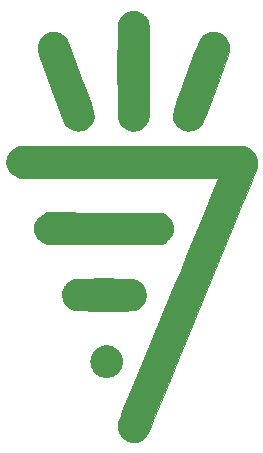
<source format=gbr>
%TF.GenerationSoftware,KiCad,Pcbnew,6.0.2+dfsg-1*%
%TF.CreationDate,2022-11-10T09:56:40+01:00*%
%TF.ProjectId,DL,444c2e6b-6963-4616-945f-706362585858,rev?*%
%TF.SameCoordinates,Original*%
%TF.FileFunction,Legend,Bot*%
%TF.FilePolarity,Positive*%
%FSLAX46Y46*%
G04 Gerber Fmt 4.6, Leading zero omitted, Abs format (unit mm)*
G04 Created by KiCad (PCBNEW 6.0.2+dfsg-1) date 2022-11-10 09:56:40*
%MOMM*%
%LPD*%
G01*
G04 APERTURE LIST*
%ADD10C,0.007055*%
G04 APERTURE END LIST*
D10*
X29654500Y-52655611D02*
X29573275Y-52683326D01*
X29573275Y-52683326D02*
X29495007Y-52714774D01*
X29495007Y-52714774D02*
X29419760Y-52749804D01*
X29419760Y-52749804D02*
X29347597Y-52788262D01*
X29347597Y-52788262D02*
X29278581Y-52829996D01*
X29278581Y-52829996D02*
X29212775Y-52874854D01*
X29212775Y-52874854D02*
X29150243Y-52922684D01*
X29150243Y-52922684D02*
X29091048Y-52973332D01*
X29091048Y-52973332D02*
X29035253Y-53026647D01*
X29035253Y-53026647D02*
X28982922Y-53082477D01*
X28982922Y-53082477D02*
X28934117Y-53140667D01*
X28934117Y-53140667D02*
X28888903Y-53201067D01*
X28888903Y-53201067D02*
X28847343Y-53263524D01*
X28847343Y-53263524D02*
X28809499Y-53327885D01*
X28809499Y-53327885D02*
X28775435Y-53393997D01*
X28775435Y-53393997D02*
X28745215Y-53461709D01*
X28745215Y-53461709D02*
X28718902Y-53530868D01*
X28718902Y-53530868D02*
X28696558Y-53601322D01*
X28696558Y-53601322D02*
X28678248Y-53672917D01*
X28678248Y-53672917D02*
X28664035Y-53745502D01*
X28664035Y-53745502D02*
X28653981Y-53818925D01*
X28653981Y-53818925D02*
X28648151Y-53893032D01*
X28648151Y-53893032D02*
X28646608Y-53967671D01*
X28646608Y-53967671D02*
X28649414Y-54042690D01*
X28649414Y-54042690D02*
X28656633Y-54117936D01*
X28656633Y-54117936D02*
X28668329Y-54193258D01*
X28668329Y-54193258D02*
X28684565Y-54268502D01*
X28684565Y-54268502D02*
X28705403Y-54343515D01*
X28705403Y-54343515D02*
X28730908Y-54418147D01*
X28730908Y-54418147D02*
X28761143Y-54492244D01*
X28761143Y-54492244D02*
X28796171Y-54565653D01*
X28796171Y-54565653D02*
X28836055Y-54638223D01*
X28836055Y-54638223D02*
X28903393Y-54742550D01*
X28903393Y-54742550D02*
X28976730Y-54837347D01*
X28976730Y-54837347D02*
X29055531Y-54922757D01*
X29055531Y-54922757D02*
X29139264Y-54998924D01*
X29139264Y-54998924D02*
X29227395Y-55065990D01*
X29227395Y-55065990D02*
X29319389Y-55124100D01*
X29319389Y-55124100D02*
X29414714Y-55173396D01*
X29414714Y-55173396D02*
X29512836Y-55214022D01*
X29512836Y-55214022D02*
X29613222Y-55246122D01*
X29613222Y-55246122D02*
X29715337Y-55269838D01*
X29715337Y-55269838D02*
X29818649Y-55285314D01*
X29818649Y-55285314D02*
X29922623Y-55292694D01*
X29922623Y-55292694D02*
X30026727Y-55292122D01*
X30026727Y-55292122D02*
X30130426Y-55283739D01*
X30130426Y-55283739D02*
X30233187Y-55267690D01*
X30233187Y-55267690D02*
X30334477Y-55244119D01*
X30334477Y-55244119D02*
X30433762Y-55213168D01*
X30433762Y-55213168D02*
X30530508Y-55174981D01*
X30530508Y-55174981D02*
X30624182Y-55129702D01*
X30624182Y-55129702D02*
X30714251Y-55077473D01*
X30714251Y-55077473D02*
X30800180Y-55018439D01*
X30800180Y-55018439D02*
X30881436Y-54952742D01*
X30881436Y-54952742D02*
X30957486Y-54880526D01*
X30957486Y-54880526D02*
X31027796Y-54801935D01*
X31027796Y-54801935D02*
X31091832Y-54717111D01*
X31091832Y-54717111D02*
X31149061Y-54626199D01*
X31149061Y-54626199D02*
X31198950Y-54529341D01*
X31198950Y-54529341D02*
X31240964Y-54426681D01*
X31240964Y-54426681D02*
X31274571Y-54318363D01*
X31274571Y-54318363D02*
X31299236Y-54204530D01*
X31299236Y-54204530D02*
X31314427Y-54085325D01*
X31314427Y-54085325D02*
X31319609Y-53960891D01*
X31319609Y-53960891D02*
X31317015Y-53881333D01*
X31317015Y-53881333D02*
X31309358Y-53802830D01*
X31309358Y-53802830D02*
X31296826Y-53725525D01*
X31296826Y-53725525D02*
X31279605Y-53649564D01*
X31279605Y-53649564D02*
X31257883Y-53575091D01*
X31257883Y-53575091D02*
X31231847Y-53502252D01*
X31231847Y-53502252D02*
X31201685Y-53431190D01*
X31201685Y-53431190D02*
X31167584Y-53362050D01*
X31167584Y-53362050D02*
X31129731Y-53294977D01*
X31129731Y-53294977D02*
X31088314Y-53230116D01*
X31088314Y-53230116D02*
X31043520Y-53167612D01*
X31043520Y-53167612D02*
X30995536Y-53107609D01*
X30995536Y-53107609D02*
X30944550Y-53050251D01*
X30944550Y-53050251D02*
X30890749Y-52995684D01*
X30890749Y-52995684D02*
X30834320Y-52944052D01*
X30834320Y-52944052D02*
X30775450Y-52895501D01*
X30775450Y-52895501D02*
X30714328Y-52850173D01*
X30714328Y-52850173D02*
X30651139Y-52808215D01*
X30651139Y-52808215D02*
X30586072Y-52769772D01*
X30586072Y-52769772D02*
X30519314Y-52734986D01*
X30519314Y-52734986D02*
X30451053Y-52704005D01*
X30451053Y-52704005D02*
X30381475Y-52676971D01*
X30381475Y-52676971D02*
X30310767Y-52654030D01*
X30310767Y-52654030D02*
X30239118Y-52635327D01*
X30239118Y-52635327D02*
X30166715Y-52621005D01*
X30166715Y-52621005D02*
X30093744Y-52611211D01*
X30093744Y-52611211D02*
X30020393Y-52606088D01*
X30020393Y-52606088D02*
X29946850Y-52605781D01*
X29946850Y-52605781D02*
X29873302Y-52610436D01*
X29873302Y-52610436D02*
X29799936Y-52620196D01*
X29799936Y-52620196D02*
X29726940Y-52635206D01*
X29726940Y-52635206D02*
X29654500Y-52655611D01*
X29654500Y-52655611D02*
X29654500Y-52655611D01*
G36*
X30020393Y-52606088D02*
G01*
X30093744Y-52611211D01*
X30166715Y-52621005D01*
X30239118Y-52635327D01*
X30310767Y-52654030D01*
X30381475Y-52676971D01*
X30451053Y-52704005D01*
X30519314Y-52734986D01*
X30586072Y-52769772D01*
X30651139Y-52808215D01*
X30714328Y-52850173D01*
X30775450Y-52895501D01*
X30834320Y-52944052D01*
X30890749Y-52995684D01*
X30944550Y-53050251D01*
X30995536Y-53107609D01*
X31043520Y-53167612D01*
X31088314Y-53230116D01*
X31129731Y-53294977D01*
X31167584Y-53362050D01*
X31201685Y-53431190D01*
X31231847Y-53502252D01*
X31257883Y-53575091D01*
X31279605Y-53649564D01*
X31296826Y-53725525D01*
X31309358Y-53802830D01*
X31317015Y-53881333D01*
X31319609Y-53960891D01*
X31314427Y-54085325D01*
X31299236Y-54204530D01*
X31274571Y-54318363D01*
X31240964Y-54426681D01*
X31198950Y-54529341D01*
X31149061Y-54626199D01*
X31091832Y-54717111D01*
X31027796Y-54801935D01*
X30957486Y-54880526D01*
X30881436Y-54952742D01*
X30800180Y-55018439D01*
X30714251Y-55077473D01*
X30624182Y-55129702D01*
X30530508Y-55174981D01*
X30433762Y-55213168D01*
X30334477Y-55244119D01*
X30233187Y-55267690D01*
X30130426Y-55283739D01*
X30026727Y-55292122D01*
X29922623Y-55292694D01*
X29818649Y-55285314D01*
X29715337Y-55269838D01*
X29613222Y-55246122D01*
X29512836Y-55214022D01*
X29414714Y-55173396D01*
X29319389Y-55124100D01*
X29227395Y-55065990D01*
X29139264Y-54998924D01*
X29055531Y-54922757D01*
X28976730Y-54837347D01*
X28903393Y-54742550D01*
X28836055Y-54638223D01*
X28796171Y-54565653D01*
X28761143Y-54492244D01*
X28730908Y-54418147D01*
X28705403Y-54343515D01*
X28684565Y-54268502D01*
X28668329Y-54193258D01*
X28656633Y-54117936D01*
X28649414Y-54042690D01*
X28646608Y-53967671D01*
X28648151Y-53893032D01*
X28653981Y-53818925D01*
X28664035Y-53745502D01*
X28678248Y-53672917D01*
X28696558Y-53601322D01*
X28718902Y-53530868D01*
X28745215Y-53461709D01*
X28775435Y-53393997D01*
X28809499Y-53327885D01*
X28847343Y-53263524D01*
X28888903Y-53201067D01*
X28934117Y-53140667D01*
X28982922Y-53082477D01*
X29035253Y-53026647D01*
X29091048Y-52973332D01*
X29150243Y-52922684D01*
X29212775Y-52874854D01*
X29278581Y-52829996D01*
X29347597Y-52788262D01*
X29419760Y-52749804D01*
X29495007Y-52714774D01*
X29573275Y-52683326D01*
X29654500Y-52655611D01*
X29726940Y-52635206D01*
X29799936Y-52620196D01*
X29873302Y-52610436D01*
X29946850Y-52605781D01*
X30020393Y-52606088D01*
G37*
X30020393Y-52606088D02*
X30093744Y-52611211D01*
X30166715Y-52621005D01*
X30239118Y-52635327D01*
X30310767Y-52654030D01*
X30381475Y-52676971D01*
X30451053Y-52704005D01*
X30519314Y-52734986D01*
X30586072Y-52769772D01*
X30651139Y-52808215D01*
X30714328Y-52850173D01*
X30775450Y-52895501D01*
X30834320Y-52944052D01*
X30890749Y-52995684D01*
X30944550Y-53050251D01*
X30995536Y-53107609D01*
X31043520Y-53167612D01*
X31088314Y-53230116D01*
X31129731Y-53294977D01*
X31167584Y-53362050D01*
X31201685Y-53431190D01*
X31231847Y-53502252D01*
X31257883Y-53575091D01*
X31279605Y-53649564D01*
X31296826Y-53725525D01*
X31309358Y-53802830D01*
X31317015Y-53881333D01*
X31319609Y-53960891D01*
X31314427Y-54085325D01*
X31299236Y-54204530D01*
X31274571Y-54318363D01*
X31240964Y-54426681D01*
X31198950Y-54529341D01*
X31149061Y-54626199D01*
X31091832Y-54717111D01*
X31027796Y-54801935D01*
X30957486Y-54880526D01*
X30881436Y-54952742D01*
X30800180Y-55018439D01*
X30714251Y-55077473D01*
X30624182Y-55129702D01*
X30530508Y-55174981D01*
X30433762Y-55213168D01*
X30334477Y-55244119D01*
X30233187Y-55267690D01*
X30130426Y-55283739D01*
X30026727Y-55292122D01*
X29922623Y-55292694D01*
X29818649Y-55285314D01*
X29715337Y-55269838D01*
X29613222Y-55246122D01*
X29512836Y-55214022D01*
X29414714Y-55173396D01*
X29319389Y-55124100D01*
X29227395Y-55065990D01*
X29139264Y-54998924D01*
X29055531Y-54922757D01*
X28976730Y-54837347D01*
X28903393Y-54742550D01*
X28836055Y-54638223D01*
X28796171Y-54565653D01*
X28761143Y-54492244D01*
X28730908Y-54418147D01*
X28705403Y-54343515D01*
X28684565Y-54268502D01*
X28668329Y-54193258D01*
X28656633Y-54117936D01*
X28649414Y-54042690D01*
X28646608Y-53967671D01*
X28648151Y-53893032D01*
X28653981Y-53818925D01*
X28664035Y-53745502D01*
X28678248Y-53672917D01*
X28696558Y-53601322D01*
X28718902Y-53530868D01*
X28745215Y-53461709D01*
X28775435Y-53393997D01*
X28809499Y-53327885D01*
X28847343Y-53263524D01*
X28888903Y-53201067D01*
X28934117Y-53140667D01*
X28982922Y-53082477D01*
X29035253Y-53026647D01*
X29091048Y-52973332D01*
X29150243Y-52922684D01*
X29212775Y-52874854D01*
X29278581Y-52829996D01*
X29347597Y-52788262D01*
X29419760Y-52749804D01*
X29495007Y-52714774D01*
X29573275Y-52683326D01*
X29654500Y-52655611D01*
X29726940Y-52635206D01*
X29799936Y-52620196D01*
X29873302Y-52610436D01*
X29946850Y-52605781D01*
X30020393Y-52606088D01*
X27255609Y-47011167D02*
X27175005Y-47037640D01*
X27175005Y-47037640D02*
X27097279Y-47068004D01*
X27097279Y-47068004D02*
X27022499Y-47102099D01*
X27022499Y-47102099D02*
X26950732Y-47139765D01*
X26950732Y-47139765D02*
X26882045Y-47180842D01*
X26882045Y-47180842D02*
X26816504Y-47225169D01*
X26816504Y-47225169D02*
X26754178Y-47272587D01*
X26754178Y-47272587D02*
X26695134Y-47322934D01*
X26695134Y-47322934D02*
X26639438Y-47376051D01*
X26639438Y-47376051D02*
X26587157Y-47431778D01*
X26587157Y-47431778D02*
X26538360Y-47489955D01*
X26538360Y-47489955D02*
X26493113Y-47550421D01*
X26493113Y-47550421D02*
X26451484Y-47613015D01*
X26451484Y-47613015D02*
X26413538Y-47677579D01*
X26413538Y-47677579D02*
X26379345Y-47743951D01*
X26379345Y-47743951D02*
X26348970Y-47811972D01*
X26348970Y-47811972D02*
X26322482Y-47881481D01*
X26322482Y-47881481D02*
X26299947Y-47952319D01*
X26299947Y-47952319D02*
X26281432Y-48024324D01*
X26281432Y-48024324D02*
X26267005Y-48097337D01*
X26267005Y-48097337D02*
X26256732Y-48171197D01*
X26256732Y-48171197D02*
X26250682Y-48245745D01*
X26250682Y-48245745D02*
X26248920Y-48320819D01*
X26248920Y-48320819D02*
X26251515Y-48396261D01*
X26251515Y-48396261D02*
X26258534Y-48471909D01*
X26258534Y-48471909D02*
X26270043Y-48547604D01*
X26270043Y-48547604D02*
X26286110Y-48623186D01*
X26286110Y-48623186D02*
X26306802Y-48698493D01*
X26306802Y-48698493D02*
X26332186Y-48773366D01*
X26332186Y-48773366D02*
X26362330Y-48847645D01*
X26362330Y-48847645D02*
X26397300Y-48921170D01*
X26397300Y-48921170D02*
X26437164Y-48993780D01*
X26437164Y-48993780D02*
X26459222Y-49029477D01*
X26459222Y-49029477D02*
X26482984Y-49065051D01*
X26482984Y-49065051D02*
X26508338Y-49100377D01*
X26508338Y-49100377D02*
X26535170Y-49135330D01*
X26535170Y-49135330D02*
X26563367Y-49169788D01*
X26563367Y-49169788D02*
X26592814Y-49203626D01*
X26592814Y-49203626D02*
X26623398Y-49236719D01*
X26623398Y-49236719D02*
X26655005Y-49268945D01*
X26655005Y-49268945D02*
X26687521Y-49300178D01*
X26687521Y-49300178D02*
X26720834Y-49330295D01*
X26720834Y-49330295D02*
X26754828Y-49359172D01*
X26754828Y-49359172D02*
X26789391Y-49386685D01*
X26789391Y-49386685D02*
X26824409Y-49412709D01*
X26824409Y-49412709D02*
X26859767Y-49437121D01*
X26859767Y-49437121D02*
X26895353Y-49459796D01*
X26895353Y-49459796D02*
X26931053Y-49480611D01*
X26931053Y-49480611D02*
X27234442Y-49657000D01*
X27234442Y-49657000D02*
X29647444Y-49678167D01*
X29647444Y-49678167D02*
X30512893Y-49683623D01*
X30512893Y-49683623D02*
X31186767Y-49682135D01*
X31186767Y-49682135D02*
X31698419Y-49670724D01*
X31698419Y-49670724D02*
X32077200Y-49646416D01*
X32077200Y-49646416D02*
X32225937Y-49628494D01*
X32225937Y-49628494D02*
X32352463Y-49606232D01*
X32352463Y-49606232D02*
X32460448Y-49579257D01*
X32460448Y-49579257D02*
X32553560Y-49547197D01*
X32553560Y-49547197D02*
X32635469Y-49509680D01*
X32635469Y-49509680D02*
X32709844Y-49466334D01*
X32709844Y-49466334D02*
X32850665Y-49360665D01*
X32850665Y-49360665D02*
X32923520Y-49294512D01*
X32923520Y-49294512D02*
X32989995Y-49224596D01*
X32989995Y-49224596D02*
X33050161Y-49151246D01*
X33050161Y-49151246D02*
X33104087Y-49074792D01*
X33104087Y-49074792D02*
X33151842Y-48995562D01*
X33151842Y-48995562D02*
X33193497Y-48913887D01*
X33193497Y-48913887D02*
X33229121Y-48830096D01*
X33229121Y-48830096D02*
X33258785Y-48744518D01*
X33258785Y-48744518D02*
X33282557Y-48657482D01*
X33282557Y-48657482D02*
X33300509Y-48569319D01*
X33300509Y-48569319D02*
X33312708Y-48480358D01*
X33312708Y-48480358D02*
X33319226Y-48390927D01*
X33319226Y-48390927D02*
X33320131Y-48301357D01*
X33320131Y-48301357D02*
X33315495Y-48211977D01*
X33315495Y-48211977D02*
X33305385Y-48123116D01*
X33305385Y-48123116D02*
X33289873Y-48035104D01*
X33289873Y-48035104D02*
X33269028Y-47948270D01*
X33269028Y-47948270D02*
X33242920Y-47862944D01*
X33242920Y-47862944D02*
X33211618Y-47779455D01*
X33211618Y-47779455D02*
X33175193Y-47698133D01*
X33175193Y-47698133D02*
X33133713Y-47619306D01*
X33133713Y-47619306D02*
X33087250Y-47543305D01*
X33087250Y-47543305D02*
X33035872Y-47470459D01*
X33035872Y-47470459D02*
X32979649Y-47401097D01*
X32979649Y-47401097D02*
X32918652Y-47335548D01*
X32918652Y-47335548D02*
X32852949Y-47274143D01*
X32852949Y-47274143D02*
X32782611Y-47217211D01*
X32782611Y-47217211D02*
X32707707Y-47165080D01*
X32707707Y-47165080D02*
X32628308Y-47118081D01*
X32628308Y-47118081D02*
X32544482Y-47076543D01*
X32544482Y-47076543D02*
X32456300Y-47040795D01*
X32456300Y-47040795D02*
X32363832Y-47011167D01*
X32363832Y-47011167D02*
X32258405Y-46996284D01*
X32258405Y-46996284D02*
X32066782Y-46983385D01*
X32066782Y-46983385D02*
X31474392Y-46963541D01*
X31474392Y-46963541D02*
X29799138Y-46947666D01*
X29799138Y-46947666D02*
X28129175Y-46963541D01*
X28129175Y-46963541D02*
X27543399Y-46983385D01*
X27543399Y-46983385D02*
X27356075Y-46996284D01*
X27356075Y-46996284D02*
X27255609Y-47011167D01*
X27255609Y-47011167D02*
X27255609Y-47011167D01*
G36*
X31474392Y-46963541D02*
G01*
X32066782Y-46983385D01*
X32258405Y-46996284D01*
X32363832Y-47011167D01*
X32456300Y-47040795D01*
X32544482Y-47076543D01*
X32628308Y-47118081D01*
X32707707Y-47165080D01*
X32782611Y-47217211D01*
X32852949Y-47274143D01*
X32918652Y-47335548D01*
X32979649Y-47401097D01*
X33035872Y-47470459D01*
X33087250Y-47543305D01*
X33133713Y-47619306D01*
X33175193Y-47698133D01*
X33211618Y-47779455D01*
X33242920Y-47862944D01*
X33269028Y-47948270D01*
X33289873Y-48035104D01*
X33305385Y-48123116D01*
X33315495Y-48211977D01*
X33320131Y-48301357D01*
X33319226Y-48390927D01*
X33312708Y-48480358D01*
X33300509Y-48569319D01*
X33282557Y-48657482D01*
X33258785Y-48744518D01*
X33229121Y-48830096D01*
X33193497Y-48913887D01*
X33151842Y-48995562D01*
X33104087Y-49074792D01*
X33050161Y-49151246D01*
X32989995Y-49224596D01*
X32923520Y-49294512D01*
X32850665Y-49360665D01*
X32709844Y-49466334D01*
X32635469Y-49509680D01*
X32553560Y-49547197D01*
X32460448Y-49579257D01*
X32352463Y-49606232D01*
X32225937Y-49628494D01*
X32077200Y-49646416D01*
X31698419Y-49670724D01*
X31186767Y-49682135D01*
X30512893Y-49683623D01*
X29647444Y-49678167D01*
X27234442Y-49657000D01*
X26931053Y-49480611D01*
X26895353Y-49459796D01*
X26859767Y-49437121D01*
X26824409Y-49412709D01*
X26789391Y-49386685D01*
X26754828Y-49359172D01*
X26720834Y-49330295D01*
X26687521Y-49300178D01*
X26655005Y-49268945D01*
X26623398Y-49236719D01*
X26592814Y-49203626D01*
X26563367Y-49169788D01*
X26535170Y-49135330D01*
X26508338Y-49100377D01*
X26482984Y-49065051D01*
X26459222Y-49029477D01*
X26437164Y-48993780D01*
X26397300Y-48921170D01*
X26362330Y-48847645D01*
X26332186Y-48773366D01*
X26306802Y-48698493D01*
X26286110Y-48623186D01*
X26270043Y-48547604D01*
X26258534Y-48471909D01*
X26251515Y-48396261D01*
X26248920Y-48320819D01*
X26250682Y-48245745D01*
X26256732Y-48171197D01*
X26267005Y-48097337D01*
X26281432Y-48024324D01*
X26299947Y-47952319D01*
X26322482Y-47881481D01*
X26348970Y-47811972D01*
X26379345Y-47743951D01*
X26413538Y-47677579D01*
X26451484Y-47613015D01*
X26493113Y-47550421D01*
X26538360Y-47489955D01*
X26587157Y-47431778D01*
X26639438Y-47376051D01*
X26695134Y-47322934D01*
X26754178Y-47272587D01*
X26816504Y-47225169D01*
X26882045Y-47180842D01*
X26950732Y-47139765D01*
X27022499Y-47102099D01*
X27097279Y-47068004D01*
X27175005Y-47037640D01*
X27255609Y-47011167D01*
X27356075Y-46996284D01*
X27543399Y-46983385D01*
X28129175Y-46963541D01*
X29799138Y-46947666D01*
X31474392Y-46963541D01*
G37*
X31474392Y-46963541D02*
X32066782Y-46983385D01*
X32258405Y-46996284D01*
X32363832Y-47011167D01*
X32456300Y-47040795D01*
X32544482Y-47076543D01*
X32628308Y-47118081D01*
X32707707Y-47165080D01*
X32782611Y-47217211D01*
X32852949Y-47274143D01*
X32918652Y-47335548D01*
X32979649Y-47401097D01*
X33035872Y-47470459D01*
X33087250Y-47543305D01*
X33133713Y-47619306D01*
X33175193Y-47698133D01*
X33211618Y-47779455D01*
X33242920Y-47862944D01*
X33269028Y-47948270D01*
X33289873Y-48035104D01*
X33305385Y-48123116D01*
X33315495Y-48211977D01*
X33320131Y-48301357D01*
X33319226Y-48390927D01*
X33312708Y-48480358D01*
X33300509Y-48569319D01*
X33282557Y-48657482D01*
X33258785Y-48744518D01*
X33229121Y-48830096D01*
X33193497Y-48913887D01*
X33151842Y-48995562D01*
X33104087Y-49074792D01*
X33050161Y-49151246D01*
X32989995Y-49224596D01*
X32923520Y-49294512D01*
X32850665Y-49360665D01*
X32709844Y-49466334D01*
X32635469Y-49509680D01*
X32553560Y-49547197D01*
X32460448Y-49579257D01*
X32352463Y-49606232D01*
X32225937Y-49628494D01*
X32077200Y-49646416D01*
X31698419Y-49670724D01*
X31186767Y-49682135D01*
X30512893Y-49683623D01*
X29647444Y-49678167D01*
X27234442Y-49657000D01*
X26931053Y-49480611D01*
X26895353Y-49459796D01*
X26859767Y-49437121D01*
X26824409Y-49412709D01*
X26789391Y-49386685D01*
X26754828Y-49359172D01*
X26720834Y-49330295D01*
X26687521Y-49300178D01*
X26655005Y-49268945D01*
X26623398Y-49236719D01*
X26592814Y-49203626D01*
X26563367Y-49169788D01*
X26535170Y-49135330D01*
X26508338Y-49100377D01*
X26482984Y-49065051D01*
X26459222Y-49029477D01*
X26437164Y-48993780D01*
X26397300Y-48921170D01*
X26362330Y-48847645D01*
X26332186Y-48773366D01*
X26306802Y-48698493D01*
X26286110Y-48623186D01*
X26270043Y-48547604D01*
X26258534Y-48471909D01*
X26251515Y-48396261D01*
X26248920Y-48320819D01*
X26250682Y-48245745D01*
X26256732Y-48171197D01*
X26267005Y-48097337D01*
X26281432Y-48024324D01*
X26299947Y-47952319D01*
X26322482Y-47881481D01*
X26348970Y-47811972D01*
X26379345Y-47743951D01*
X26413538Y-47677579D01*
X26451484Y-47613015D01*
X26493113Y-47550421D01*
X26538360Y-47489955D01*
X26587157Y-47431778D01*
X26639438Y-47376051D01*
X26695134Y-47322934D01*
X26754178Y-47272587D01*
X26816504Y-47225169D01*
X26882045Y-47180842D01*
X26950732Y-47139765D01*
X27022499Y-47102099D01*
X27097279Y-47068004D01*
X27175005Y-47037640D01*
X27255609Y-47011167D01*
X27356075Y-46996284D01*
X27543399Y-46983385D01*
X28129175Y-46963541D01*
X29799138Y-46947666D01*
X31474392Y-46963541D01*
X24602721Y-41550167D02*
X24511749Y-41599498D01*
X24511749Y-41599498D02*
X24426687Y-41653363D01*
X24426687Y-41653363D02*
X24347531Y-41711457D01*
X24347531Y-41711457D02*
X24274279Y-41773478D01*
X24274279Y-41773478D02*
X24206929Y-41839121D01*
X24206929Y-41839121D02*
X24145477Y-41908083D01*
X24145477Y-41908083D02*
X24089922Y-41980060D01*
X24089922Y-41980060D02*
X24040260Y-42054749D01*
X24040260Y-42054749D02*
X23996490Y-42131846D01*
X23996490Y-42131846D02*
X23958608Y-42211048D01*
X23958608Y-42211048D02*
X23926612Y-42292050D01*
X23926612Y-42292050D02*
X23900500Y-42374550D01*
X23900500Y-42374550D02*
X23880268Y-42458244D01*
X23880268Y-42458244D02*
X23865915Y-42542828D01*
X23865915Y-42542828D02*
X23857437Y-42627998D01*
X23857437Y-42627998D02*
X23854832Y-42713452D01*
X23854832Y-42713452D02*
X23858097Y-42798884D01*
X23858097Y-42798884D02*
X23867231Y-42883993D01*
X23867231Y-42883993D02*
X23882229Y-42968473D01*
X23882229Y-42968473D02*
X23903091Y-43052022D01*
X23903091Y-43052022D02*
X23929812Y-43134336D01*
X23929812Y-43134336D02*
X23962391Y-43215111D01*
X23962391Y-43215111D02*
X24000825Y-43294044D01*
X24000825Y-43294044D02*
X24045111Y-43370831D01*
X24045111Y-43370831D02*
X24095247Y-43445169D01*
X24095247Y-43445169D02*
X24151231Y-43516754D01*
X24151231Y-43516754D02*
X24213058Y-43585282D01*
X24213058Y-43585282D02*
X24280728Y-43650449D01*
X24280728Y-43650449D02*
X24354238Y-43711953D01*
X24354238Y-43711953D02*
X24433584Y-43769490D01*
X24433584Y-43769490D02*
X24518764Y-43822755D01*
X24518764Y-43822755D02*
X24609776Y-43871445D01*
X24609776Y-43871445D02*
X24983720Y-44054890D01*
X24983720Y-44054890D02*
X29852054Y-44033721D01*
X29852054Y-44033721D02*
X34720387Y-44012556D01*
X34720387Y-44012556D02*
X35009666Y-43822056D01*
X35009666Y-43822056D02*
X35085920Y-43768202D01*
X35085920Y-43768202D02*
X35157254Y-43711286D01*
X35157254Y-43711286D02*
X35223668Y-43651512D01*
X35223668Y-43651512D02*
X35285163Y-43589085D01*
X35285163Y-43589085D02*
X35341738Y-43524208D01*
X35341738Y-43524208D02*
X35393394Y-43457086D01*
X35393394Y-43457086D02*
X35440130Y-43387923D01*
X35440130Y-43387923D02*
X35481946Y-43316922D01*
X35481946Y-43316922D02*
X35518843Y-43244289D01*
X35518843Y-43244289D02*
X35550821Y-43170227D01*
X35550821Y-43170227D02*
X35577878Y-43094940D01*
X35577878Y-43094940D02*
X35600016Y-43018632D01*
X35600016Y-43018632D02*
X35617235Y-42941508D01*
X35617235Y-42941508D02*
X35629534Y-42863772D01*
X35629534Y-42863772D02*
X35636913Y-42785627D01*
X35636913Y-42785627D02*
X35639373Y-42707278D01*
X35639373Y-42707278D02*
X35636913Y-42628929D01*
X35636913Y-42628929D02*
X35629534Y-42550785D01*
X35629534Y-42550785D02*
X35617235Y-42473048D01*
X35617235Y-42473048D02*
X35600016Y-42395924D01*
X35600016Y-42395924D02*
X35577878Y-42319617D01*
X35577878Y-42319617D02*
X35550821Y-42244330D01*
X35550821Y-42244330D02*
X35518843Y-42170267D01*
X35518843Y-42170267D02*
X35481946Y-42097634D01*
X35481946Y-42097634D02*
X35440130Y-42026633D01*
X35440130Y-42026633D02*
X35393394Y-41957470D01*
X35393394Y-41957470D02*
X35341738Y-41890348D01*
X35341738Y-41890348D02*
X35285163Y-41825471D01*
X35285163Y-41825471D02*
X35223668Y-41763044D01*
X35223668Y-41763044D02*
X35157254Y-41703270D01*
X35157254Y-41703270D02*
X35085920Y-41646354D01*
X35085920Y-41646354D02*
X35009666Y-41592500D01*
X35009666Y-41592500D02*
X34720387Y-41402001D01*
X34720387Y-41402001D02*
X29852054Y-41380833D01*
X29852054Y-41380833D02*
X24976665Y-41359667D01*
X24976665Y-41359667D02*
X24602721Y-41550167D01*
X24602721Y-41550167D02*
X24602721Y-41550167D01*
G36*
X29852054Y-41380833D02*
G01*
X34720387Y-41402001D01*
X35009666Y-41592500D01*
X35085920Y-41646354D01*
X35157254Y-41703270D01*
X35223668Y-41763044D01*
X35285163Y-41825471D01*
X35341738Y-41890348D01*
X35393394Y-41957470D01*
X35440130Y-42026633D01*
X35481946Y-42097634D01*
X35518843Y-42170267D01*
X35550821Y-42244330D01*
X35577878Y-42319617D01*
X35600016Y-42395924D01*
X35617235Y-42473048D01*
X35629534Y-42550785D01*
X35636913Y-42628929D01*
X35639373Y-42707278D01*
X35636913Y-42785627D01*
X35629534Y-42863772D01*
X35617235Y-42941508D01*
X35600016Y-43018632D01*
X35577878Y-43094940D01*
X35550821Y-43170227D01*
X35518843Y-43244289D01*
X35481946Y-43316922D01*
X35440130Y-43387923D01*
X35393394Y-43457086D01*
X35341738Y-43524208D01*
X35285163Y-43589085D01*
X35223668Y-43651512D01*
X35157254Y-43711286D01*
X35085920Y-43768202D01*
X35009666Y-43822056D01*
X34720387Y-44012556D01*
X29852054Y-44033721D01*
X24983720Y-44054890D01*
X24609776Y-43871445D01*
X24518764Y-43822755D01*
X24433584Y-43769490D01*
X24354238Y-43711953D01*
X24280728Y-43650449D01*
X24213058Y-43585282D01*
X24151231Y-43516754D01*
X24095247Y-43445169D01*
X24045111Y-43370831D01*
X24000825Y-43294044D01*
X23962391Y-43215111D01*
X23929812Y-43134336D01*
X23903091Y-43052022D01*
X23882229Y-42968473D01*
X23867231Y-42883993D01*
X23858097Y-42798884D01*
X23854832Y-42713452D01*
X23857437Y-42627998D01*
X23865915Y-42542828D01*
X23880268Y-42458244D01*
X23900500Y-42374550D01*
X23926612Y-42292050D01*
X23958608Y-42211048D01*
X23996490Y-42131846D01*
X24040260Y-42054749D01*
X24089922Y-41980060D01*
X24145477Y-41908083D01*
X24206929Y-41839121D01*
X24274279Y-41773478D01*
X24347531Y-41711457D01*
X24426687Y-41653363D01*
X24511749Y-41599498D01*
X24602721Y-41550167D01*
X24976665Y-41359667D01*
X29852054Y-41380833D01*
G37*
X29852054Y-41380833D02*
X34720387Y-41402001D01*
X35009666Y-41592500D01*
X35085920Y-41646354D01*
X35157254Y-41703270D01*
X35223668Y-41763044D01*
X35285163Y-41825471D01*
X35341738Y-41890348D01*
X35393394Y-41957470D01*
X35440130Y-42026633D01*
X35481946Y-42097634D01*
X35518843Y-42170267D01*
X35550821Y-42244330D01*
X35577878Y-42319617D01*
X35600016Y-42395924D01*
X35617235Y-42473048D01*
X35629534Y-42550785D01*
X35636913Y-42628929D01*
X35639373Y-42707278D01*
X35636913Y-42785627D01*
X35629534Y-42863772D01*
X35617235Y-42941508D01*
X35600016Y-43018632D01*
X35577878Y-43094940D01*
X35550821Y-43170227D01*
X35518843Y-43244289D01*
X35481946Y-43316922D01*
X35440130Y-43387923D01*
X35393394Y-43457086D01*
X35341738Y-43524208D01*
X35285163Y-43589085D01*
X35223668Y-43651512D01*
X35157254Y-43711286D01*
X35085920Y-43768202D01*
X35009666Y-43822056D01*
X34720387Y-44012556D01*
X29852054Y-44033721D01*
X24983720Y-44054890D01*
X24609776Y-43871445D01*
X24518764Y-43822755D01*
X24433584Y-43769490D01*
X24354238Y-43711953D01*
X24280728Y-43650449D01*
X24213058Y-43585282D01*
X24151231Y-43516754D01*
X24095247Y-43445169D01*
X24045111Y-43370831D01*
X24000825Y-43294044D01*
X23962391Y-43215111D01*
X23929812Y-43134336D01*
X23903091Y-43052022D01*
X23882229Y-42968473D01*
X23867231Y-42883993D01*
X23858097Y-42798884D01*
X23854832Y-42713452D01*
X23857437Y-42627998D01*
X23865915Y-42542828D01*
X23880268Y-42458244D01*
X23900500Y-42374550D01*
X23926612Y-42292050D01*
X23958608Y-42211048D01*
X23996490Y-42131846D01*
X24040260Y-42054749D01*
X24089922Y-41980060D01*
X24145477Y-41908083D01*
X24206929Y-41839121D01*
X24274279Y-41773478D01*
X24347531Y-41711457D01*
X24426687Y-41653363D01*
X24511749Y-41599498D01*
X24602721Y-41550167D01*
X24976665Y-41359667D01*
X29852054Y-41380833D01*
X22274387Y-35905723D02*
X22224331Y-35930884D01*
X22224331Y-35930884D02*
X22177221Y-35956200D01*
X22177221Y-35956200D02*
X22132860Y-35981827D01*
X22132860Y-35981827D02*
X22091053Y-36007918D01*
X22091053Y-36007918D02*
X22051601Y-36034630D01*
X22051601Y-36034630D02*
X22014310Y-36062116D01*
X22014310Y-36062116D02*
X21978982Y-36090533D01*
X21978982Y-36090533D02*
X21945422Y-36120035D01*
X21945422Y-36120035D02*
X21913432Y-36150777D01*
X21913432Y-36150777D02*
X21882817Y-36182915D01*
X21882817Y-36182915D02*
X21853381Y-36216603D01*
X21853381Y-36216603D02*
X21824926Y-36251996D01*
X21824926Y-36251996D02*
X21797257Y-36289249D01*
X21797257Y-36289249D02*
X21770177Y-36328518D01*
X21770177Y-36328518D02*
X21743489Y-36369957D01*
X21743489Y-36369957D02*
X21716998Y-36413721D01*
X21716998Y-36413721D02*
X21681812Y-36476874D01*
X21681812Y-36476874D02*
X21650317Y-36540589D01*
X21650317Y-36540589D02*
X21622483Y-36604766D01*
X21622483Y-36604766D02*
X21598280Y-36669307D01*
X21598280Y-36669307D02*
X21577680Y-36734110D01*
X21577680Y-36734110D02*
X21560651Y-36799078D01*
X21560651Y-36799078D02*
X21547165Y-36864111D01*
X21547165Y-36864111D02*
X21537192Y-36929108D01*
X21537192Y-36929108D02*
X21530702Y-36993972D01*
X21530702Y-36993972D02*
X21527665Y-37058601D01*
X21527665Y-37058601D02*
X21528051Y-37122897D01*
X21528051Y-37122897D02*
X21531831Y-37186760D01*
X21531831Y-37186760D02*
X21538976Y-37250091D01*
X21538976Y-37250091D02*
X21549455Y-37312791D01*
X21549455Y-37312791D02*
X21563238Y-37374759D01*
X21563238Y-37374759D02*
X21580297Y-37435896D01*
X21580297Y-37435896D02*
X21600601Y-37496103D01*
X21600601Y-37496103D02*
X21624120Y-37555281D01*
X21624120Y-37555281D02*
X21650826Y-37613329D01*
X21650826Y-37613329D02*
X21680687Y-37670149D01*
X21680687Y-37670149D02*
X21713675Y-37725640D01*
X21713675Y-37725640D02*
X21749760Y-37779704D01*
X21749760Y-37779704D02*
X21788911Y-37832241D01*
X21788911Y-37832241D02*
X21831100Y-37883152D01*
X21831100Y-37883152D02*
X21876296Y-37932336D01*
X21876296Y-37932336D02*
X21924470Y-37979695D01*
X21924470Y-37979695D02*
X21975593Y-38025130D01*
X21975593Y-38025130D02*
X22029634Y-38068539D01*
X22029634Y-38068539D02*
X22086563Y-38109825D01*
X22086563Y-38109825D02*
X22146352Y-38148887D01*
X22146352Y-38148887D02*
X22208969Y-38185627D01*
X22208969Y-38185627D02*
X22274387Y-38219944D01*
X22274387Y-38219944D02*
X22641277Y-38403390D01*
X22641277Y-38403390D02*
X31058554Y-38403390D01*
X31058554Y-38403390D02*
X37002860Y-38413091D01*
X37002860Y-38413091D02*
X39475832Y-38438667D01*
X39475832Y-38438667D02*
X39469121Y-38460246D01*
X39469121Y-38460246D02*
X39449925Y-38512088D01*
X39449925Y-38512088D02*
X39379700Y-38692666D01*
X39379700Y-38692666D02*
X39276401Y-38952620D01*
X39276401Y-38952620D02*
X39151274Y-39264165D01*
X39151274Y-39264165D02*
X38170555Y-41648945D01*
X38170555Y-41648945D02*
X37006386Y-44471168D01*
X37006386Y-44471168D02*
X36555714Y-45559486D01*
X36555714Y-45559486D02*
X36195000Y-46446723D01*
X36195000Y-46446723D02*
X35841339Y-47302208D01*
X35841339Y-47302208D02*
X35418886Y-48316445D01*
X35418886Y-48316445D02*
X33104666Y-53925613D01*
X33104666Y-53925613D02*
X32692798Y-54929265D01*
X32692798Y-54929265D02*
X32243887Y-56007000D01*
X32243887Y-56007000D02*
X31585185Y-57608832D01*
X31585185Y-57608832D02*
X31363693Y-58163768D01*
X31363693Y-58163768D02*
X31202311Y-58587569D01*
X31202311Y-58587569D02*
X31092192Y-58904876D01*
X31092192Y-58904876D02*
X31024489Y-59140328D01*
X31024489Y-59140328D02*
X30990355Y-59318564D01*
X30990355Y-59318564D02*
X30980943Y-59464223D01*
X30980943Y-59464223D02*
X30982756Y-59544322D01*
X30982756Y-59544322D02*
X30989408Y-59623137D01*
X30989408Y-59623137D02*
X31000737Y-59700545D01*
X31000737Y-59700545D02*
X31016579Y-59776418D01*
X31016579Y-59776418D02*
X31036773Y-59850633D01*
X31036773Y-59850633D02*
X31061155Y-59923064D01*
X31061155Y-59923064D02*
X31089563Y-59993585D01*
X31089563Y-59993585D02*
X31121834Y-60062072D01*
X31121834Y-60062072D02*
X31157804Y-60128398D01*
X31157804Y-60128398D02*
X31197312Y-60192439D01*
X31197312Y-60192439D02*
X31240195Y-60254070D01*
X31240195Y-60254070D02*
X31286289Y-60313164D01*
X31286289Y-60313164D02*
X31335432Y-60369597D01*
X31335432Y-60369597D02*
X31387461Y-60423243D01*
X31387461Y-60423243D02*
X31442213Y-60473978D01*
X31442213Y-60473978D02*
X31499526Y-60521675D01*
X31499526Y-60521675D02*
X31559237Y-60566209D01*
X31559237Y-60566209D02*
X31621183Y-60607456D01*
X31621183Y-60607456D02*
X31685201Y-60645289D01*
X31685201Y-60645289D02*
X31751128Y-60679584D01*
X31751128Y-60679584D02*
X31818802Y-60710215D01*
X31818802Y-60710215D02*
X31888060Y-60737056D01*
X31888060Y-60737056D02*
X31958740Y-60759984D01*
X31958740Y-60759984D02*
X32030677Y-60778871D01*
X32030677Y-60778871D02*
X32103710Y-60793593D01*
X32103710Y-60793593D02*
X32177676Y-60804025D01*
X32177676Y-60804025D02*
X32252412Y-60810041D01*
X32252412Y-60810041D02*
X32327755Y-60811517D01*
X32327755Y-60811517D02*
X32403542Y-60808325D01*
X32403542Y-60808325D02*
X32479611Y-60800342D01*
X32479611Y-60800342D02*
X32555799Y-60787442D01*
X32555799Y-60787442D02*
X32631943Y-60769500D01*
X32631943Y-60769500D02*
X32734045Y-60738365D01*
X32734045Y-60738365D02*
X32782472Y-60721036D01*
X32782472Y-60721036D02*
X32829305Y-60702321D01*
X32829305Y-60702321D02*
X32874660Y-60682061D01*
X32874660Y-60682061D02*
X32918654Y-60660096D01*
X32918654Y-60660096D02*
X32961402Y-60636269D01*
X32961402Y-60636269D02*
X33003021Y-60610420D01*
X33003021Y-60610420D02*
X33043627Y-60582390D01*
X33043627Y-60582390D02*
X33083336Y-60552020D01*
X33083336Y-60552020D02*
X33122266Y-60519152D01*
X33122266Y-60519152D02*
X33160531Y-60483627D01*
X33160531Y-60483627D02*
X33198248Y-60445285D01*
X33198248Y-60445285D02*
X33235534Y-60403968D01*
X33235534Y-60403968D02*
X33272505Y-60359516D01*
X33272505Y-60359516D02*
X33309276Y-60311772D01*
X33309276Y-60311772D02*
X33345965Y-60260575D01*
X33345965Y-60260575D02*
X33382688Y-60205768D01*
X33382688Y-60205768D02*
X33419560Y-60147191D01*
X33419560Y-60147191D02*
X33456699Y-60084685D01*
X33456699Y-60084685D02*
X33494220Y-60018091D01*
X33494220Y-60018091D02*
X33532240Y-59947251D01*
X33532240Y-59947251D02*
X33610240Y-59792196D01*
X33610240Y-59792196D02*
X33691630Y-59618248D01*
X33691630Y-59618248D02*
X33777340Y-59424136D01*
X33777340Y-59424136D02*
X33868301Y-59208588D01*
X33868301Y-59208588D02*
X33965442Y-58970333D01*
X33965442Y-58970333D02*
X34457567Y-57758541D01*
X34457567Y-57758541D02*
X34960275Y-56536169D01*
X34960275Y-56536169D02*
X35701109Y-54737002D01*
X35701109Y-54737002D02*
X35935708Y-54162855D01*
X35935708Y-54162855D02*
X36064252Y-53850977D01*
X36064252Y-53850977D02*
X36180888Y-53572832D01*
X36180888Y-53572832D02*
X36851167Y-51950057D01*
X36851167Y-51950057D02*
X38544499Y-47857833D01*
X38544499Y-47857833D02*
X40929277Y-42072279D01*
X40929277Y-42072279D02*
X41439041Y-40825209D01*
X41439041Y-40825209D02*
X42001723Y-39461723D01*
X42001723Y-39461723D02*
X42239846Y-38871039D01*
X42239846Y-38871039D02*
X42451512Y-38334596D01*
X42451512Y-38334596D02*
X42612908Y-37911925D01*
X42612908Y-37911925D02*
X42667313Y-37761857D01*
X42667313Y-37761857D02*
X42700221Y-37662556D01*
X42700221Y-37662556D02*
X42734235Y-37523065D01*
X42734235Y-37523065D02*
X42757024Y-37385363D01*
X42757024Y-37385363D02*
X42768775Y-37249914D01*
X42768775Y-37249914D02*
X42769674Y-37117183D01*
X42769674Y-37117183D02*
X42759907Y-36987635D01*
X42759907Y-36987635D02*
X42739661Y-36861736D01*
X42739661Y-36861736D02*
X42709120Y-36739950D01*
X42709120Y-36739950D02*
X42668471Y-36622743D01*
X42668471Y-36622743D02*
X42617901Y-36510580D01*
X42617901Y-36510580D02*
X42557594Y-36403925D01*
X42557594Y-36403925D02*
X42487738Y-36303244D01*
X42487738Y-36303244D02*
X42408518Y-36209001D01*
X42408518Y-36209001D02*
X42320121Y-36121663D01*
X42320121Y-36121663D02*
X42272539Y-36080728D01*
X42272539Y-36080728D02*
X42222732Y-36041694D01*
X42222732Y-36041694D02*
X42170723Y-36004618D01*
X42170723Y-36004618D02*
X42116537Y-35969559D01*
X42116537Y-35969559D02*
X42060196Y-35936574D01*
X42060196Y-35936574D02*
X42001723Y-35905723D01*
X42001723Y-35905723D02*
X41634831Y-35722279D01*
X41634831Y-35722279D02*
X32138054Y-35722279D01*
X32138054Y-35722279D02*
X22641277Y-35722279D01*
X22641277Y-35722279D02*
X22274387Y-35905723D01*
X22274387Y-35905723D02*
X22274387Y-35905723D01*
G36*
X42001723Y-35905723D02*
G01*
X42060196Y-35936574D01*
X42116537Y-35969559D01*
X42170723Y-36004618D01*
X42222732Y-36041694D01*
X42272539Y-36080728D01*
X42320121Y-36121663D01*
X42408518Y-36209001D01*
X42487738Y-36303244D01*
X42557594Y-36403925D01*
X42617901Y-36510580D01*
X42668471Y-36622743D01*
X42709120Y-36739950D01*
X42739661Y-36861736D01*
X42759907Y-36987635D01*
X42769674Y-37117183D01*
X42768775Y-37249914D01*
X42757024Y-37385363D01*
X42734235Y-37523065D01*
X42700221Y-37662556D01*
X42667313Y-37761857D01*
X42612908Y-37911925D01*
X42451512Y-38334596D01*
X42239846Y-38871039D01*
X42001723Y-39461723D01*
X41439041Y-40825209D01*
X40929277Y-42072279D01*
X38544499Y-47857833D01*
X36851167Y-51950057D01*
X36180888Y-53572832D01*
X36064252Y-53850977D01*
X35935708Y-54162855D01*
X35701109Y-54737002D01*
X34960275Y-56536169D01*
X34457567Y-57758541D01*
X33965442Y-58970333D01*
X33868301Y-59208588D01*
X33777340Y-59424136D01*
X33691630Y-59618248D01*
X33610240Y-59792196D01*
X33532240Y-59947251D01*
X33494220Y-60018091D01*
X33456699Y-60084685D01*
X33419560Y-60147191D01*
X33382688Y-60205768D01*
X33345965Y-60260575D01*
X33309276Y-60311772D01*
X33272505Y-60359516D01*
X33235534Y-60403968D01*
X33198248Y-60445285D01*
X33160531Y-60483627D01*
X33122266Y-60519152D01*
X33083336Y-60552020D01*
X33043627Y-60582390D01*
X33003021Y-60610420D01*
X32961402Y-60636269D01*
X32918654Y-60660096D01*
X32874660Y-60682061D01*
X32829305Y-60702321D01*
X32782472Y-60721036D01*
X32734045Y-60738365D01*
X32631943Y-60769500D01*
X32555799Y-60787442D01*
X32479611Y-60800342D01*
X32403542Y-60808325D01*
X32327755Y-60811517D01*
X32252412Y-60810041D01*
X32177676Y-60804025D01*
X32103710Y-60793593D01*
X32030677Y-60778871D01*
X31958740Y-60759984D01*
X31888060Y-60737056D01*
X31818802Y-60710215D01*
X31751128Y-60679584D01*
X31685201Y-60645289D01*
X31621183Y-60607456D01*
X31559237Y-60566209D01*
X31499526Y-60521675D01*
X31442213Y-60473978D01*
X31387461Y-60423243D01*
X31335432Y-60369597D01*
X31286289Y-60313164D01*
X31240195Y-60254070D01*
X31197312Y-60192439D01*
X31157804Y-60128398D01*
X31121834Y-60062072D01*
X31089563Y-59993585D01*
X31061155Y-59923064D01*
X31036773Y-59850633D01*
X31016579Y-59776418D01*
X31000737Y-59700545D01*
X30989408Y-59623137D01*
X30982756Y-59544322D01*
X30980943Y-59464223D01*
X30990355Y-59318564D01*
X31024489Y-59140328D01*
X31092192Y-58904876D01*
X31202311Y-58587569D01*
X31363693Y-58163768D01*
X31585185Y-57608832D01*
X32243887Y-56007000D01*
X32692798Y-54929265D01*
X33104666Y-53925613D01*
X35418886Y-48316445D01*
X35841339Y-47302208D01*
X36195000Y-46446723D01*
X36555714Y-45559486D01*
X37006386Y-44471168D01*
X38170555Y-41648945D01*
X39151274Y-39264165D01*
X39276401Y-38952620D01*
X39379700Y-38692666D01*
X39449925Y-38512088D01*
X39469121Y-38460246D01*
X39475832Y-38438667D01*
X37002860Y-38413091D01*
X31058554Y-38403390D01*
X22641277Y-38403390D01*
X22274387Y-38219944D01*
X22208969Y-38185627D01*
X22146352Y-38148887D01*
X22086563Y-38109825D01*
X22029634Y-38068539D01*
X21975593Y-38025130D01*
X21924470Y-37979695D01*
X21876296Y-37932336D01*
X21831100Y-37883152D01*
X21788911Y-37832241D01*
X21749760Y-37779704D01*
X21713675Y-37725640D01*
X21680687Y-37670149D01*
X21650826Y-37613329D01*
X21624120Y-37555281D01*
X21600601Y-37496103D01*
X21580297Y-37435896D01*
X21563238Y-37374759D01*
X21549455Y-37312791D01*
X21538976Y-37250091D01*
X21531831Y-37186760D01*
X21528051Y-37122897D01*
X21527665Y-37058601D01*
X21530702Y-36993972D01*
X21537192Y-36929108D01*
X21547165Y-36864111D01*
X21560651Y-36799078D01*
X21577680Y-36734110D01*
X21598280Y-36669307D01*
X21622483Y-36604766D01*
X21650317Y-36540589D01*
X21681812Y-36476874D01*
X21716998Y-36413721D01*
X21743489Y-36369957D01*
X21770177Y-36328518D01*
X21797257Y-36289249D01*
X21824926Y-36251996D01*
X21853381Y-36216603D01*
X21882817Y-36182915D01*
X21913432Y-36150777D01*
X21945422Y-36120035D01*
X21978982Y-36090533D01*
X22014310Y-36062116D01*
X22051601Y-36034630D01*
X22091053Y-36007918D01*
X22132860Y-35981827D01*
X22177221Y-35956200D01*
X22224331Y-35930884D01*
X22274387Y-35905723D01*
X22641277Y-35722279D01*
X41634831Y-35722279D01*
X42001723Y-35905723D01*
G37*
X42001723Y-35905723D02*
X42060196Y-35936574D01*
X42116537Y-35969559D01*
X42170723Y-36004618D01*
X42222732Y-36041694D01*
X42272539Y-36080728D01*
X42320121Y-36121663D01*
X42408518Y-36209001D01*
X42487738Y-36303244D01*
X42557594Y-36403925D01*
X42617901Y-36510580D01*
X42668471Y-36622743D01*
X42709120Y-36739950D01*
X42739661Y-36861736D01*
X42759907Y-36987635D01*
X42769674Y-37117183D01*
X42768775Y-37249914D01*
X42757024Y-37385363D01*
X42734235Y-37523065D01*
X42700221Y-37662556D01*
X42667313Y-37761857D01*
X42612908Y-37911925D01*
X42451512Y-38334596D01*
X42239846Y-38871039D01*
X42001723Y-39461723D01*
X41439041Y-40825209D01*
X40929277Y-42072279D01*
X38544499Y-47857833D01*
X36851167Y-51950057D01*
X36180888Y-53572832D01*
X36064252Y-53850977D01*
X35935708Y-54162855D01*
X35701109Y-54737002D01*
X34960275Y-56536169D01*
X34457567Y-57758541D01*
X33965442Y-58970333D01*
X33868301Y-59208588D01*
X33777340Y-59424136D01*
X33691630Y-59618248D01*
X33610240Y-59792196D01*
X33532240Y-59947251D01*
X33494220Y-60018091D01*
X33456699Y-60084685D01*
X33419560Y-60147191D01*
X33382688Y-60205768D01*
X33345965Y-60260575D01*
X33309276Y-60311772D01*
X33272505Y-60359516D01*
X33235534Y-60403968D01*
X33198248Y-60445285D01*
X33160531Y-60483627D01*
X33122266Y-60519152D01*
X33083336Y-60552020D01*
X33043627Y-60582390D01*
X33003021Y-60610420D01*
X32961402Y-60636269D01*
X32918654Y-60660096D01*
X32874660Y-60682061D01*
X32829305Y-60702321D01*
X32782472Y-60721036D01*
X32734045Y-60738365D01*
X32631943Y-60769500D01*
X32555799Y-60787442D01*
X32479611Y-60800342D01*
X32403542Y-60808325D01*
X32327755Y-60811517D01*
X32252412Y-60810041D01*
X32177676Y-60804025D01*
X32103710Y-60793593D01*
X32030677Y-60778871D01*
X31958740Y-60759984D01*
X31888060Y-60737056D01*
X31818802Y-60710215D01*
X31751128Y-60679584D01*
X31685201Y-60645289D01*
X31621183Y-60607456D01*
X31559237Y-60566209D01*
X31499526Y-60521675D01*
X31442213Y-60473978D01*
X31387461Y-60423243D01*
X31335432Y-60369597D01*
X31286289Y-60313164D01*
X31240195Y-60254070D01*
X31197312Y-60192439D01*
X31157804Y-60128398D01*
X31121834Y-60062072D01*
X31089563Y-59993585D01*
X31061155Y-59923064D01*
X31036773Y-59850633D01*
X31016579Y-59776418D01*
X31000737Y-59700545D01*
X30989408Y-59623137D01*
X30982756Y-59544322D01*
X30980943Y-59464223D01*
X30990355Y-59318564D01*
X31024489Y-59140328D01*
X31092192Y-58904876D01*
X31202311Y-58587569D01*
X31363693Y-58163768D01*
X31585185Y-57608832D01*
X32243887Y-56007000D01*
X32692798Y-54929265D01*
X33104666Y-53925613D01*
X35418886Y-48316445D01*
X35841339Y-47302208D01*
X36195000Y-46446723D01*
X36555714Y-45559486D01*
X37006386Y-44471168D01*
X38170555Y-41648945D01*
X39151274Y-39264165D01*
X39276401Y-38952620D01*
X39379700Y-38692666D01*
X39449925Y-38512088D01*
X39469121Y-38460246D01*
X39475832Y-38438667D01*
X37002860Y-38413091D01*
X31058554Y-38403390D01*
X22641277Y-38403390D01*
X22274387Y-38219944D01*
X22208969Y-38185627D01*
X22146352Y-38148887D01*
X22086563Y-38109825D01*
X22029634Y-38068539D01*
X21975593Y-38025130D01*
X21924470Y-37979695D01*
X21876296Y-37932336D01*
X21831100Y-37883152D01*
X21788911Y-37832241D01*
X21749760Y-37779704D01*
X21713675Y-37725640D01*
X21680687Y-37670149D01*
X21650826Y-37613329D01*
X21624120Y-37555281D01*
X21600601Y-37496103D01*
X21580297Y-37435896D01*
X21563238Y-37374759D01*
X21549455Y-37312791D01*
X21538976Y-37250091D01*
X21531831Y-37186760D01*
X21528051Y-37122897D01*
X21527665Y-37058601D01*
X21530702Y-36993972D01*
X21537192Y-36929108D01*
X21547165Y-36864111D01*
X21560651Y-36799078D01*
X21577680Y-36734110D01*
X21598280Y-36669307D01*
X21622483Y-36604766D01*
X21650317Y-36540589D01*
X21681812Y-36476874D01*
X21716998Y-36413721D01*
X21743489Y-36369957D01*
X21770177Y-36328518D01*
X21797257Y-36289249D01*
X21824926Y-36251996D01*
X21853381Y-36216603D01*
X21882817Y-36182915D01*
X21913432Y-36150777D01*
X21945422Y-36120035D01*
X21978982Y-36090533D01*
X22014310Y-36062116D01*
X22051601Y-36034630D01*
X22091053Y-36007918D01*
X22132860Y-35981827D01*
X22177221Y-35956200D01*
X22224331Y-35930884D01*
X22274387Y-35905723D01*
X22641277Y-35722279D01*
X41634831Y-35722279D01*
X42001723Y-35905723D01*
X38608000Y-26162000D02*
X38546734Y-26184490D01*
X38546734Y-26184490D02*
X38487297Y-26209625D01*
X38487297Y-26209625D02*
X38429700Y-26237406D01*
X38429700Y-26237406D02*
X38373953Y-26267833D01*
X38373953Y-26267833D02*
X38320066Y-26300906D01*
X38320066Y-26300906D02*
X38268050Y-26336624D01*
X38268050Y-26336624D02*
X38217915Y-26374989D01*
X38217915Y-26374989D02*
X38169672Y-26415999D01*
X38169672Y-26415999D02*
X38123330Y-26459656D01*
X38123330Y-26459656D02*
X38078900Y-26505958D01*
X38078900Y-26505958D02*
X38036393Y-26554905D01*
X38036393Y-26554905D02*
X37995818Y-26606499D01*
X37995818Y-26606499D02*
X37957186Y-26660739D01*
X37957186Y-26660739D02*
X37920508Y-26717624D01*
X37920508Y-26717624D02*
X37885794Y-26777155D01*
X37885794Y-26777155D02*
X37853053Y-26839332D01*
X37853053Y-26839332D02*
X37805897Y-26946682D01*
X37805897Y-26946682D02*
X37720542Y-27159699D01*
X37720542Y-27159699D02*
X37454415Y-27851805D01*
X37454415Y-27851805D02*
X37093039Y-28813786D01*
X37093039Y-28813786D02*
X36674779Y-29943777D01*
X36674779Y-29943777D02*
X36293971Y-30990741D01*
X36293971Y-30990741D02*
X36008248Y-31797514D01*
X36008248Y-31797514D02*
X35808845Y-32403038D01*
X35808845Y-32403038D02*
X35738775Y-32642502D01*
X35738775Y-32642502D02*
X35686998Y-32846257D01*
X35686998Y-32846257D02*
X35652420Y-33019172D01*
X35652420Y-33019172D02*
X35633943Y-33166114D01*
X35633943Y-33166114D02*
X35630474Y-33291951D01*
X35630474Y-33291951D02*
X35640916Y-33401551D01*
X35640916Y-33401551D02*
X35664174Y-33499783D01*
X35664174Y-33499783D02*
X35699151Y-33591514D01*
X35699151Y-33591514D02*
X35744754Y-33681612D01*
X35744754Y-33681612D02*
X35799886Y-33774944D01*
X35799886Y-33774944D02*
X35818367Y-33802107D01*
X35818367Y-33802107D02*
X35839257Y-33830521D01*
X35839257Y-33830521D02*
X35862317Y-33859947D01*
X35862317Y-33859947D02*
X35887309Y-33890148D01*
X35887309Y-33890148D02*
X35913997Y-33920887D01*
X35913997Y-33920887D02*
X35942142Y-33951926D01*
X35942142Y-33951926D02*
X35971506Y-33983026D01*
X35971506Y-33983026D02*
X36001852Y-34013951D01*
X36001852Y-34013951D02*
X36032943Y-34044463D01*
X36032943Y-34044463D02*
X36064540Y-34074323D01*
X36064540Y-34074323D02*
X36096405Y-34103295D01*
X36096405Y-34103295D02*
X36128302Y-34131140D01*
X36128302Y-34131140D02*
X36159992Y-34157620D01*
X36159992Y-34157620D02*
X36191238Y-34182499D01*
X36191238Y-34182499D02*
X36221801Y-34205538D01*
X36221801Y-34205538D02*
X36251445Y-34226500D01*
X36251445Y-34226500D02*
X36305186Y-34259991D01*
X36305186Y-34259991D02*
X36360486Y-34290365D01*
X36360486Y-34290365D02*
X36417206Y-34317650D01*
X36417206Y-34317650D02*
X36475211Y-34341870D01*
X36475211Y-34341870D02*
X36534362Y-34363051D01*
X36534362Y-34363051D02*
X36594524Y-34381220D01*
X36594524Y-34381220D02*
X36655560Y-34396401D01*
X36655560Y-34396401D02*
X36717332Y-34408622D01*
X36717332Y-34408622D02*
X36779703Y-34417907D01*
X36779703Y-34417907D02*
X36842536Y-34424283D01*
X36842536Y-34424283D02*
X36905696Y-34427776D01*
X36905696Y-34427776D02*
X36969044Y-34428410D01*
X36969044Y-34428410D02*
X37095757Y-34421210D01*
X37095757Y-34421210D02*
X37221582Y-34402889D01*
X37221582Y-34402889D02*
X37345423Y-34373654D01*
X37345423Y-34373654D02*
X37466184Y-34333711D01*
X37466184Y-34333711D02*
X37525067Y-34309789D01*
X37525067Y-34309789D02*
X37582769Y-34283268D01*
X37582769Y-34283268D02*
X37639154Y-34254173D01*
X37639154Y-34254173D02*
X37694083Y-34222531D01*
X37694083Y-34222531D02*
X37747422Y-34188367D01*
X37747422Y-34188367D02*
X37799031Y-34151707D01*
X37799031Y-34151707D02*
X37848775Y-34112577D01*
X37848775Y-34112577D02*
X37896517Y-34071002D01*
X37896517Y-34071002D02*
X37942119Y-34027009D01*
X37942119Y-34027009D02*
X37985445Y-33980623D01*
X37985445Y-33980623D02*
X38026358Y-33931871D01*
X38026358Y-33931871D02*
X38064720Y-33880778D01*
X38064720Y-33880778D02*
X38211591Y-33559792D01*
X38211591Y-33559792D02*
X38489597Y-32859376D01*
X38489597Y-32859376D02*
X39257109Y-30816021D01*
X39257109Y-30816021D02*
X40003456Y-28742239D01*
X40003456Y-28742239D02*
X40255003Y-28003789D01*
X40255003Y-28003789D02*
X40364833Y-27629555D01*
X40364833Y-27629555D02*
X40372534Y-27570477D01*
X40372534Y-27570477D02*
X40377165Y-27511057D01*
X40377165Y-27511057D02*
X40378795Y-27451411D01*
X40378795Y-27451411D02*
X40377497Y-27391650D01*
X40377497Y-27391650D02*
X40373341Y-27331890D01*
X40373341Y-27331890D02*
X40366398Y-27272243D01*
X40366398Y-27272243D02*
X40344438Y-27153745D01*
X40344438Y-27153745D02*
X40312183Y-27037066D01*
X40312183Y-27037066D02*
X40270203Y-26923116D01*
X40270203Y-26923116D02*
X40219065Y-26812804D01*
X40219065Y-26812804D02*
X40159339Y-26707040D01*
X40159339Y-26707040D02*
X40091593Y-26606732D01*
X40091593Y-26606732D02*
X40016396Y-26512792D01*
X40016396Y-26512792D02*
X39934314Y-26426127D01*
X39934314Y-26426127D02*
X39845918Y-26347648D01*
X39845918Y-26347648D02*
X39799530Y-26311762D01*
X39799530Y-26311762D02*
X39751776Y-26278263D01*
X39751776Y-26278263D02*
X39702727Y-26247266D01*
X39702727Y-26247266D02*
X39652455Y-26218884D01*
X39652455Y-26218884D02*
X39601031Y-26193230D01*
X39601031Y-26193230D02*
X39548525Y-26170418D01*
X39548525Y-26170418D02*
X39495009Y-26150563D01*
X39495009Y-26150563D02*
X39440553Y-26133776D01*
X39440553Y-26133776D02*
X39375548Y-26116498D01*
X39375548Y-26116498D02*
X39315069Y-26101710D01*
X39315069Y-26101710D02*
X39258518Y-26089424D01*
X39258518Y-26089424D02*
X39205295Y-26079648D01*
X39205295Y-26079648D02*
X39154800Y-26072395D01*
X39154800Y-26072395D02*
X39106435Y-26067673D01*
X39106435Y-26067673D02*
X39059599Y-26065494D01*
X39059599Y-26065494D02*
X39013693Y-26065868D01*
X39013693Y-26065868D02*
X38968118Y-26068805D01*
X38968118Y-26068805D02*
X38922274Y-26074316D01*
X38922274Y-26074316D02*
X38875563Y-26082410D01*
X38875563Y-26082410D02*
X38827383Y-26093098D01*
X38827383Y-26093098D02*
X38777137Y-26106391D01*
X38777137Y-26106391D02*
X38724224Y-26122299D01*
X38724224Y-26122299D02*
X38668045Y-26140832D01*
X38668045Y-26140832D02*
X38608000Y-26162000D01*
X38608000Y-26162000D02*
X38608000Y-26162000D01*
G36*
X39106435Y-26067673D02*
G01*
X39154800Y-26072395D01*
X39205295Y-26079648D01*
X39258518Y-26089424D01*
X39315069Y-26101710D01*
X39375548Y-26116498D01*
X39440553Y-26133776D01*
X39495009Y-26150563D01*
X39548525Y-26170418D01*
X39601031Y-26193230D01*
X39652455Y-26218884D01*
X39702727Y-26247266D01*
X39751776Y-26278263D01*
X39799530Y-26311762D01*
X39845918Y-26347648D01*
X39934314Y-26426127D01*
X40016396Y-26512792D01*
X40091593Y-26606732D01*
X40159339Y-26707040D01*
X40219065Y-26812804D01*
X40270203Y-26923116D01*
X40312183Y-27037066D01*
X40344438Y-27153745D01*
X40366398Y-27272243D01*
X40373341Y-27331890D01*
X40377497Y-27391650D01*
X40378795Y-27451411D01*
X40377165Y-27511057D01*
X40372534Y-27570477D01*
X40364833Y-27629555D01*
X40255003Y-28003789D01*
X40003456Y-28742239D01*
X39257109Y-30816021D01*
X38489597Y-32859376D01*
X38211591Y-33559792D01*
X38064720Y-33880778D01*
X38026358Y-33931871D01*
X37985445Y-33980623D01*
X37942119Y-34027009D01*
X37896517Y-34071002D01*
X37848775Y-34112577D01*
X37799031Y-34151707D01*
X37747422Y-34188367D01*
X37694083Y-34222531D01*
X37639154Y-34254173D01*
X37582769Y-34283268D01*
X37525067Y-34309789D01*
X37466184Y-34333711D01*
X37345423Y-34373654D01*
X37221582Y-34402889D01*
X37095757Y-34421210D01*
X36969044Y-34428410D01*
X36905696Y-34427776D01*
X36842536Y-34424283D01*
X36779703Y-34417907D01*
X36717332Y-34408622D01*
X36655560Y-34396401D01*
X36594524Y-34381220D01*
X36534362Y-34363051D01*
X36475211Y-34341870D01*
X36417206Y-34317650D01*
X36360486Y-34290365D01*
X36305186Y-34259991D01*
X36251445Y-34226500D01*
X36221801Y-34205538D01*
X36191238Y-34182499D01*
X36159992Y-34157620D01*
X36128302Y-34131140D01*
X36096405Y-34103295D01*
X36064540Y-34074323D01*
X36032943Y-34044463D01*
X36001852Y-34013951D01*
X35971506Y-33983026D01*
X35942142Y-33951926D01*
X35913997Y-33920887D01*
X35887309Y-33890148D01*
X35862317Y-33859947D01*
X35839257Y-33830521D01*
X35818367Y-33802107D01*
X35799886Y-33774944D01*
X35744754Y-33681612D01*
X35699151Y-33591514D01*
X35664174Y-33499783D01*
X35640916Y-33401551D01*
X35630474Y-33291951D01*
X35633943Y-33166114D01*
X35652420Y-33019172D01*
X35686998Y-32846257D01*
X35738775Y-32642502D01*
X35808845Y-32403038D01*
X36008248Y-31797514D01*
X36293971Y-30990741D01*
X36674779Y-29943777D01*
X37093039Y-28813786D01*
X37454415Y-27851805D01*
X37720542Y-27159699D01*
X37805897Y-26946682D01*
X37853053Y-26839332D01*
X37885794Y-26777155D01*
X37920508Y-26717624D01*
X37957186Y-26660739D01*
X37995818Y-26606499D01*
X38036393Y-26554905D01*
X38078900Y-26505958D01*
X38123330Y-26459656D01*
X38169672Y-26415999D01*
X38217915Y-26374989D01*
X38268050Y-26336624D01*
X38320066Y-26300906D01*
X38373953Y-26267833D01*
X38429700Y-26237406D01*
X38487297Y-26209625D01*
X38546734Y-26184490D01*
X38608000Y-26162000D01*
X38668045Y-26140832D01*
X38724224Y-26122299D01*
X38777137Y-26106391D01*
X38827383Y-26093098D01*
X38875563Y-26082410D01*
X38922274Y-26074316D01*
X38968118Y-26068805D01*
X39013693Y-26065868D01*
X39059599Y-26065494D01*
X39106435Y-26067673D01*
G37*
X39106435Y-26067673D02*
X39154800Y-26072395D01*
X39205295Y-26079648D01*
X39258518Y-26089424D01*
X39315069Y-26101710D01*
X39375548Y-26116498D01*
X39440553Y-26133776D01*
X39495009Y-26150563D01*
X39548525Y-26170418D01*
X39601031Y-26193230D01*
X39652455Y-26218884D01*
X39702727Y-26247266D01*
X39751776Y-26278263D01*
X39799530Y-26311762D01*
X39845918Y-26347648D01*
X39934314Y-26426127D01*
X40016396Y-26512792D01*
X40091593Y-26606732D01*
X40159339Y-26707040D01*
X40219065Y-26812804D01*
X40270203Y-26923116D01*
X40312183Y-27037066D01*
X40344438Y-27153745D01*
X40366398Y-27272243D01*
X40373341Y-27331890D01*
X40377497Y-27391650D01*
X40378795Y-27451411D01*
X40377165Y-27511057D01*
X40372534Y-27570477D01*
X40364833Y-27629555D01*
X40255003Y-28003789D01*
X40003456Y-28742239D01*
X39257109Y-30816021D01*
X38489597Y-32859376D01*
X38211591Y-33559792D01*
X38064720Y-33880778D01*
X38026358Y-33931871D01*
X37985445Y-33980623D01*
X37942119Y-34027009D01*
X37896517Y-34071002D01*
X37848775Y-34112577D01*
X37799031Y-34151707D01*
X37747422Y-34188367D01*
X37694083Y-34222531D01*
X37639154Y-34254173D01*
X37582769Y-34283268D01*
X37525067Y-34309789D01*
X37466184Y-34333711D01*
X37345423Y-34373654D01*
X37221582Y-34402889D01*
X37095757Y-34421210D01*
X36969044Y-34428410D01*
X36905696Y-34427776D01*
X36842536Y-34424283D01*
X36779703Y-34417907D01*
X36717332Y-34408622D01*
X36655560Y-34396401D01*
X36594524Y-34381220D01*
X36534362Y-34363051D01*
X36475211Y-34341870D01*
X36417206Y-34317650D01*
X36360486Y-34290365D01*
X36305186Y-34259991D01*
X36251445Y-34226500D01*
X36221801Y-34205538D01*
X36191238Y-34182499D01*
X36159992Y-34157620D01*
X36128302Y-34131140D01*
X36096405Y-34103295D01*
X36064540Y-34074323D01*
X36032943Y-34044463D01*
X36001852Y-34013951D01*
X35971506Y-33983026D01*
X35942142Y-33951926D01*
X35913997Y-33920887D01*
X35887309Y-33890148D01*
X35862317Y-33859947D01*
X35839257Y-33830521D01*
X35818367Y-33802107D01*
X35799886Y-33774944D01*
X35744754Y-33681612D01*
X35699151Y-33591514D01*
X35664174Y-33499783D01*
X35640916Y-33401551D01*
X35630474Y-33291951D01*
X35633943Y-33166114D01*
X35652420Y-33019172D01*
X35686998Y-32846257D01*
X35738775Y-32642502D01*
X35808845Y-32403038D01*
X36008248Y-31797514D01*
X36293971Y-30990741D01*
X36674779Y-29943777D01*
X37093039Y-28813786D01*
X37454415Y-27851805D01*
X37720542Y-27159699D01*
X37805897Y-26946682D01*
X37853053Y-26839332D01*
X37885794Y-26777155D01*
X37920508Y-26717624D01*
X37957186Y-26660739D01*
X37995818Y-26606499D01*
X38036393Y-26554905D01*
X38078900Y-26505958D01*
X38123330Y-26459656D01*
X38169672Y-26415999D01*
X38217915Y-26374989D01*
X38268050Y-26336624D01*
X38320066Y-26300906D01*
X38373953Y-26267833D01*
X38429700Y-26237406D01*
X38487297Y-26209625D01*
X38546734Y-26184490D01*
X38608000Y-26162000D01*
X38668045Y-26140832D01*
X38724224Y-26122299D01*
X38777137Y-26106391D01*
X38827383Y-26093098D01*
X38875563Y-26082410D01*
X38922274Y-26074316D01*
X38968118Y-26068805D01*
X39013693Y-26065868D01*
X39059599Y-26065494D01*
X39106435Y-26067673D01*
X25047220Y-26162000D02*
X24994849Y-26181869D01*
X24994849Y-26181869D02*
X24943607Y-26204371D01*
X24943607Y-26204371D02*
X24893545Y-26229411D01*
X24893545Y-26229411D02*
X24844717Y-26256892D01*
X24844717Y-26256892D02*
X24797176Y-26286719D01*
X24797176Y-26286719D02*
X24750975Y-26318797D01*
X24750975Y-26318797D02*
X24706166Y-26353029D01*
X24706166Y-26353029D02*
X24662803Y-26389321D01*
X24662803Y-26389321D02*
X24620938Y-26427577D01*
X24620938Y-26427577D02*
X24580625Y-26467701D01*
X24580625Y-26467701D02*
X24541917Y-26509597D01*
X24541917Y-26509597D02*
X24504866Y-26553170D01*
X24504866Y-26553170D02*
X24469525Y-26598325D01*
X24469525Y-26598325D02*
X24435948Y-26644965D01*
X24435948Y-26644965D02*
X24404188Y-26692995D01*
X24404188Y-26692995D02*
X24374297Y-26742320D01*
X24374297Y-26742320D02*
X24346328Y-26792843D01*
X24346328Y-26792843D02*
X24320335Y-26844470D01*
X24320335Y-26844470D02*
X24296369Y-26897105D01*
X24296369Y-26897105D02*
X24274485Y-26950652D01*
X24274485Y-26950652D02*
X24254736Y-27005015D01*
X24254736Y-27005015D02*
X24237173Y-27060099D01*
X24237173Y-27060099D02*
X24221851Y-27115808D01*
X24221851Y-27115808D02*
X24208822Y-27172047D01*
X24208822Y-27172047D02*
X24198139Y-27228720D01*
X24198139Y-27228720D02*
X24189855Y-27285732D01*
X24189855Y-27285732D02*
X24184023Y-27342986D01*
X24184023Y-27342986D02*
X24180696Y-27400388D01*
X24180696Y-27400388D02*
X24179927Y-27457841D01*
X24179927Y-27457841D02*
X24181769Y-27515251D01*
X24181769Y-27515251D02*
X24186275Y-27572520D01*
X24186275Y-27572520D02*
X24193498Y-27629555D01*
X24193498Y-27629555D02*
X24303328Y-28003789D01*
X24303328Y-28003789D02*
X24554875Y-28742239D01*
X24554875Y-28742239D02*
X25301220Y-30816021D01*
X25301220Y-30816021D02*
X26068733Y-32859376D01*
X26068733Y-32859376D02*
X26346738Y-33559792D01*
X26346738Y-33559792D02*
X26493610Y-33880778D01*
X26493610Y-33880778D02*
X26531972Y-33931871D01*
X26531972Y-33931871D02*
X26572885Y-33980623D01*
X26572885Y-33980623D02*
X26616211Y-34027009D01*
X26616211Y-34027009D02*
X26661813Y-34071002D01*
X26661813Y-34071002D02*
X26709555Y-34112577D01*
X26709555Y-34112577D02*
X26759299Y-34151707D01*
X26759299Y-34151707D02*
X26810908Y-34188367D01*
X26810908Y-34188367D02*
X26864247Y-34222531D01*
X26864247Y-34222531D02*
X26919177Y-34254173D01*
X26919177Y-34254173D02*
X26975561Y-34283268D01*
X26975561Y-34283268D02*
X27033263Y-34309789D01*
X27033263Y-34309789D02*
X27092147Y-34333711D01*
X27092147Y-34333711D02*
X27152074Y-34355008D01*
X27152074Y-34355008D02*
X27212907Y-34373654D01*
X27212907Y-34373654D02*
X27274511Y-34389623D01*
X27274511Y-34389623D02*
X27336748Y-34402889D01*
X27336748Y-34402889D02*
X27399481Y-34413427D01*
X27399481Y-34413427D02*
X27462574Y-34421210D01*
X27462574Y-34421210D02*
X27525888Y-34426213D01*
X27525888Y-34426213D02*
X27589288Y-34428410D01*
X27589288Y-34428410D02*
X27652636Y-34427776D01*
X27652636Y-34427776D02*
X27715795Y-34424283D01*
X27715795Y-34424283D02*
X27778629Y-34417907D01*
X27778629Y-34417907D02*
X27841000Y-34408622D01*
X27841000Y-34408622D02*
X27902772Y-34396401D01*
X27902772Y-34396401D02*
X27963808Y-34381220D01*
X27963808Y-34381220D02*
X28023970Y-34363051D01*
X28023970Y-34363051D02*
X28083122Y-34341870D01*
X28083122Y-34341870D02*
X28141126Y-34317650D01*
X28141126Y-34317650D02*
X28197847Y-34290365D01*
X28197847Y-34290365D02*
X28253146Y-34259991D01*
X28253146Y-34259991D02*
X28306888Y-34226500D01*
X28306888Y-34226500D02*
X28336531Y-34205538D01*
X28336531Y-34205538D02*
X28367094Y-34182499D01*
X28367094Y-34182499D02*
X28398339Y-34157620D01*
X28398339Y-34157620D02*
X28430029Y-34131140D01*
X28430029Y-34131140D02*
X28461926Y-34103295D01*
X28461926Y-34103295D02*
X28493791Y-34074323D01*
X28493791Y-34074323D02*
X28525388Y-34044463D01*
X28525388Y-34044463D02*
X28556478Y-34013951D01*
X28556478Y-34013951D02*
X28586824Y-33983026D01*
X28586824Y-33983026D02*
X28616189Y-33951926D01*
X28616189Y-33951926D02*
X28644333Y-33920887D01*
X28644333Y-33920887D02*
X28671021Y-33890148D01*
X28671021Y-33890148D02*
X28696013Y-33859947D01*
X28696013Y-33859947D02*
X28719073Y-33830521D01*
X28719073Y-33830521D02*
X28739962Y-33802107D01*
X28739962Y-33802107D02*
X28758443Y-33774944D01*
X28758443Y-33774944D02*
X28813575Y-33681612D01*
X28813575Y-33681612D02*
X28837636Y-33636463D01*
X28837636Y-33636463D02*
X28859177Y-33591514D01*
X28859177Y-33591514D02*
X28878063Y-33546157D01*
X28878063Y-33546157D02*
X28894155Y-33499783D01*
X28894155Y-33499783D02*
X28907318Y-33451784D01*
X28907318Y-33451784D02*
X28917413Y-33401551D01*
X28917413Y-33401551D02*
X28924305Y-33348477D01*
X28924305Y-33348477D02*
X28927855Y-33291951D01*
X28927855Y-33291951D02*
X28927928Y-33231366D01*
X28927928Y-33231366D02*
X28924386Y-33166114D01*
X28924386Y-33166114D02*
X28917092Y-33095585D01*
X28917092Y-33095585D02*
X28905910Y-33019172D01*
X28905910Y-33019172D02*
X28890702Y-32936265D01*
X28890702Y-32936265D02*
X28871332Y-32846257D01*
X28871332Y-32846257D02*
X28847662Y-32748539D01*
X28847662Y-32748539D02*
X28819555Y-32642502D01*
X28819555Y-32642502D02*
X28786875Y-32527538D01*
X28786875Y-32527538D02*
X28749485Y-32403038D01*
X28749485Y-32403038D02*
X28707248Y-32268395D01*
X28707248Y-32268395D02*
X28660027Y-32122998D01*
X28660027Y-32122998D02*
X28550083Y-31797514D01*
X28550083Y-31797514D02*
X28418560Y-31421718D01*
X28418560Y-31421718D02*
X28264361Y-30990741D01*
X28264361Y-30990741D02*
X27883554Y-29943777D01*
X27883554Y-29943777D02*
X27103915Y-27850041D01*
X27103915Y-27850041D02*
X26837788Y-27153746D01*
X26837788Y-27153746D02*
X26705276Y-26825220D01*
X26705276Y-26825220D02*
X26671742Y-26763814D01*
X26671742Y-26763814D02*
X26634776Y-26704050D01*
X26634776Y-26704050D02*
X26594586Y-26646085D01*
X26594586Y-26646085D02*
X26551377Y-26590073D01*
X26551377Y-26590073D02*
X26505358Y-26536170D01*
X26505358Y-26536170D02*
X26456734Y-26484529D01*
X26456734Y-26484529D02*
X26405712Y-26435307D01*
X26405712Y-26435307D02*
X26352499Y-26388659D01*
X26352499Y-26388659D02*
X26297301Y-26344739D01*
X26297301Y-26344739D02*
X26240326Y-26303703D01*
X26240326Y-26303703D02*
X26181780Y-26265705D01*
X26181780Y-26265705D02*
X26121870Y-26230901D01*
X26121870Y-26230901D02*
X26060802Y-26199446D01*
X26060802Y-26199446D02*
X25998783Y-26171494D01*
X25998783Y-26171494D02*
X25936021Y-26147202D01*
X25936021Y-26147202D02*
X25872720Y-26126723D01*
X25872720Y-26126723D02*
X25811437Y-26110686D01*
X25811437Y-26110686D02*
X25754196Y-26096985D01*
X25754196Y-26096985D02*
X25700406Y-26085640D01*
X25700406Y-26085640D02*
X25649479Y-26076673D01*
X25649479Y-26076673D02*
X25600825Y-26070103D01*
X25600825Y-26070103D02*
X25553856Y-26065951D01*
X25553856Y-26065951D02*
X25507983Y-26064239D01*
X25507983Y-26064239D02*
X25462617Y-26064987D01*
X25462617Y-26064987D02*
X25417167Y-26068215D01*
X25417167Y-26068215D02*
X25371046Y-26073944D01*
X25371046Y-26073944D02*
X25323664Y-26082195D01*
X25323664Y-26082195D02*
X25274431Y-26092988D01*
X25274431Y-26092988D02*
X25222760Y-26106345D01*
X25222760Y-26106345D02*
X25168060Y-26122285D01*
X25168060Y-26122285D02*
X25109743Y-26140830D01*
X25109743Y-26140830D02*
X25047220Y-26162000D01*
X25047220Y-26162000D02*
X25047220Y-26162000D01*
G36*
X25553856Y-26065951D02*
G01*
X25600825Y-26070103D01*
X25649479Y-26076673D01*
X25700406Y-26085640D01*
X25754196Y-26096985D01*
X25811437Y-26110686D01*
X25872720Y-26126723D01*
X25936021Y-26147202D01*
X25998783Y-26171494D01*
X26060802Y-26199446D01*
X26121870Y-26230901D01*
X26181780Y-26265705D01*
X26240326Y-26303703D01*
X26297301Y-26344739D01*
X26352499Y-26388659D01*
X26405712Y-26435307D01*
X26456734Y-26484529D01*
X26505358Y-26536170D01*
X26551377Y-26590073D01*
X26594586Y-26646085D01*
X26634776Y-26704050D01*
X26671742Y-26763814D01*
X26705276Y-26825220D01*
X26837788Y-27153746D01*
X27103915Y-27850041D01*
X27883554Y-29943777D01*
X28264361Y-30990741D01*
X28418560Y-31421718D01*
X28550083Y-31797514D01*
X28660027Y-32122998D01*
X28707248Y-32268395D01*
X28749485Y-32403038D01*
X28786875Y-32527538D01*
X28819555Y-32642502D01*
X28847662Y-32748539D01*
X28871332Y-32846257D01*
X28890702Y-32936265D01*
X28905910Y-33019172D01*
X28917092Y-33095585D01*
X28924386Y-33166114D01*
X28927928Y-33231366D01*
X28927855Y-33291951D01*
X28924305Y-33348477D01*
X28917413Y-33401551D01*
X28907318Y-33451784D01*
X28894155Y-33499783D01*
X28878063Y-33546157D01*
X28859177Y-33591514D01*
X28837636Y-33636463D01*
X28813575Y-33681612D01*
X28758443Y-33774944D01*
X28739962Y-33802107D01*
X28719073Y-33830521D01*
X28696013Y-33859947D01*
X28671021Y-33890148D01*
X28644333Y-33920887D01*
X28616189Y-33951926D01*
X28586824Y-33983026D01*
X28556478Y-34013951D01*
X28525388Y-34044463D01*
X28493791Y-34074323D01*
X28461926Y-34103295D01*
X28430029Y-34131140D01*
X28398339Y-34157620D01*
X28367094Y-34182499D01*
X28336531Y-34205538D01*
X28306888Y-34226500D01*
X28253146Y-34259991D01*
X28197847Y-34290365D01*
X28141126Y-34317650D01*
X28083122Y-34341870D01*
X28023970Y-34363051D01*
X27963808Y-34381220D01*
X27902772Y-34396401D01*
X27841000Y-34408622D01*
X27778629Y-34417907D01*
X27715795Y-34424283D01*
X27652636Y-34427776D01*
X27589288Y-34428410D01*
X27525888Y-34426213D01*
X27462574Y-34421210D01*
X27399481Y-34413427D01*
X27336748Y-34402889D01*
X27274511Y-34389623D01*
X27212907Y-34373654D01*
X27152074Y-34355008D01*
X27092147Y-34333711D01*
X27033263Y-34309789D01*
X26975561Y-34283268D01*
X26919177Y-34254173D01*
X26864247Y-34222531D01*
X26810908Y-34188367D01*
X26759299Y-34151707D01*
X26709555Y-34112577D01*
X26661813Y-34071002D01*
X26616211Y-34027009D01*
X26572885Y-33980623D01*
X26531972Y-33931871D01*
X26493610Y-33880778D01*
X26346738Y-33559792D01*
X26068733Y-32859376D01*
X25301220Y-30816021D01*
X24554875Y-28742239D01*
X24303328Y-28003789D01*
X24193498Y-27629555D01*
X24186275Y-27572520D01*
X24181769Y-27515251D01*
X24179927Y-27457841D01*
X24180696Y-27400388D01*
X24184023Y-27342986D01*
X24189855Y-27285732D01*
X24198139Y-27228720D01*
X24208822Y-27172047D01*
X24221851Y-27115808D01*
X24237173Y-27060099D01*
X24254736Y-27005015D01*
X24274485Y-26950652D01*
X24296369Y-26897105D01*
X24320335Y-26844470D01*
X24346328Y-26792843D01*
X24374297Y-26742320D01*
X24404188Y-26692995D01*
X24435948Y-26644965D01*
X24469525Y-26598325D01*
X24504866Y-26553170D01*
X24541917Y-26509597D01*
X24580625Y-26467701D01*
X24620938Y-26427577D01*
X24662803Y-26389321D01*
X24706166Y-26353029D01*
X24750975Y-26318797D01*
X24797176Y-26286719D01*
X24844717Y-26256892D01*
X24893545Y-26229411D01*
X24943607Y-26204371D01*
X24994849Y-26181869D01*
X25047220Y-26162000D01*
X25109743Y-26140830D01*
X25168060Y-26122285D01*
X25222760Y-26106345D01*
X25274431Y-26092988D01*
X25323664Y-26082195D01*
X25371046Y-26073944D01*
X25417167Y-26068215D01*
X25462617Y-26064987D01*
X25507983Y-26064239D01*
X25553856Y-26065951D01*
G37*
X25553856Y-26065951D02*
X25600825Y-26070103D01*
X25649479Y-26076673D01*
X25700406Y-26085640D01*
X25754196Y-26096985D01*
X25811437Y-26110686D01*
X25872720Y-26126723D01*
X25936021Y-26147202D01*
X25998783Y-26171494D01*
X26060802Y-26199446D01*
X26121870Y-26230901D01*
X26181780Y-26265705D01*
X26240326Y-26303703D01*
X26297301Y-26344739D01*
X26352499Y-26388659D01*
X26405712Y-26435307D01*
X26456734Y-26484529D01*
X26505358Y-26536170D01*
X26551377Y-26590073D01*
X26594586Y-26646085D01*
X26634776Y-26704050D01*
X26671742Y-26763814D01*
X26705276Y-26825220D01*
X26837788Y-27153746D01*
X27103915Y-27850041D01*
X27883554Y-29943777D01*
X28264361Y-30990741D01*
X28418560Y-31421718D01*
X28550083Y-31797514D01*
X28660027Y-32122998D01*
X28707248Y-32268395D01*
X28749485Y-32403038D01*
X28786875Y-32527538D01*
X28819555Y-32642502D01*
X28847662Y-32748539D01*
X28871332Y-32846257D01*
X28890702Y-32936265D01*
X28905910Y-33019172D01*
X28917092Y-33095585D01*
X28924386Y-33166114D01*
X28927928Y-33231366D01*
X28927855Y-33291951D01*
X28924305Y-33348477D01*
X28917413Y-33401551D01*
X28907318Y-33451784D01*
X28894155Y-33499783D01*
X28878063Y-33546157D01*
X28859177Y-33591514D01*
X28837636Y-33636463D01*
X28813575Y-33681612D01*
X28758443Y-33774944D01*
X28739962Y-33802107D01*
X28719073Y-33830521D01*
X28696013Y-33859947D01*
X28671021Y-33890148D01*
X28644333Y-33920887D01*
X28616189Y-33951926D01*
X28586824Y-33983026D01*
X28556478Y-34013951D01*
X28525388Y-34044463D01*
X28493791Y-34074323D01*
X28461926Y-34103295D01*
X28430029Y-34131140D01*
X28398339Y-34157620D01*
X28367094Y-34182499D01*
X28336531Y-34205538D01*
X28306888Y-34226500D01*
X28253146Y-34259991D01*
X28197847Y-34290365D01*
X28141126Y-34317650D01*
X28083122Y-34341870D01*
X28023970Y-34363051D01*
X27963808Y-34381220D01*
X27902772Y-34396401D01*
X27841000Y-34408622D01*
X27778629Y-34417907D01*
X27715795Y-34424283D01*
X27652636Y-34427776D01*
X27589288Y-34428410D01*
X27525888Y-34426213D01*
X27462574Y-34421210D01*
X27399481Y-34413427D01*
X27336748Y-34402889D01*
X27274511Y-34389623D01*
X27212907Y-34373654D01*
X27152074Y-34355008D01*
X27092147Y-34333711D01*
X27033263Y-34309789D01*
X26975561Y-34283268D01*
X26919177Y-34254173D01*
X26864247Y-34222531D01*
X26810908Y-34188367D01*
X26759299Y-34151707D01*
X26709555Y-34112577D01*
X26661813Y-34071002D01*
X26616211Y-34027009D01*
X26572885Y-33980623D01*
X26531972Y-33931871D01*
X26493610Y-33880778D01*
X26346738Y-33559792D01*
X26068733Y-32859376D01*
X25301220Y-30816021D01*
X24554875Y-28742239D01*
X24303328Y-28003789D01*
X24193498Y-27629555D01*
X24186275Y-27572520D01*
X24181769Y-27515251D01*
X24179927Y-27457841D01*
X24180696Y-27400388D01*
X24184023Y-27342986D01*
X24189855Y-27285732D01*
X24198139Y-27228720D01*
X24208822Y-27172047D01*
X24221851Y-27115808D01*
X24237173Y-27060099D01*
X24254736Y-27005015D01*
X24274485Y-26950652D01*
X24296369Y-26897105D01*
X24320335Y-26844470D01*
X24346328Y-26792843D01*
X24374297Y-26742320D01*
X24404188Y-26692995D01*
X24435948Y-26644965D01*
X24469525Y-26598325D01*
X24504866Y-26553170D01*
X24541917Y-26509597D01*
X24580625Y-26467701D01*
X24620938Y-26427577D01*
X24662803Y-26389321D01*
X24706166Y-26353029D01*
X24750975Y-26318797D01*
X24797176Y-26286719D01*
X24844717Y-26256892D01*
X24893545Y-26229411D01*
X24943607Y-26204371D01*
X24994849Y-26181869D01*
X25047220Y-26162000D01*
X25109743Y-26140830D01*
X25168060Y-26122285D01*
X25222760Y-26106345D01*
X25274431Y-26092988D01*
X25323664Y-26082195D01*
X25371046Y-26073944D01*
X25417167Y-26068215D01*
X25462617Y-26064987D01*
X25507983Y-26064239D01*
X25553856Y-26065951D01*
X31834666Y-24398112D02*
X31769756Y-24421926D01*
X31769756Y-24421926D02*
X31707294Y-24448396D01*
X31707294Y-24448396D02*
X31647251Y-24477533D01*
X31647251Y-24477533D02*
X31589596Y-24509347D01*
X31589596Y-24509347D02*
X31534297Y-24543848D01*
X31534297Y-24543848D02*
X31481323Y-24581047D01*
X31481323Y-24581047D02*
X31430644Y-24620953D01*
X31430644Y-24620953D02*
X31382228Y-24663577D01*
X31382228Y-24663577D02*
X31336045Y-24708930D01*
X31336045Y-24708930D02*
X31292063Y-24757022D01*
X31292063Y-24757022D02*
X31250251Y-24807863D01*
X31250251Y-24807863D02*
X31210579Y-24861463D01*
X31210579Y-24861463D02*
X31173015Y-24917834D01*
X31173015Y-24917834D02*
X31137529Y-24976984D01*
X31137529Y-24976984D02*
X31104089Y-25038925D01*
X31104089Y-25038925D02*
X31072664Y-25103667D01*
X31072664Y-25103667D02*
X31051392Y-25153699D01*
X31051392Y-25153699D02*
X31041645Y-25180467D01*
X31041645Y-25180467D02*
X31032467Y-25209239D01*
X31032467Y-25209239D02*
X31023842Y-25240641D01*
X31023842Y-25240641D02*
X31015753Y-25275300D01*
X31015753Y-25275300D02*
X31008184Y-25313843D01*
X31008184Y-25313843D02*
X31001117Y-25356896D01*
X31001117Y-25356896D02*
X30994536Y-25405085D01*
X30994536Y-25405085D02*
X30988423Y-25459038D01*
X30988423Y-25459038D02*
X30977539Y-25586739D01*
X30977539Y-25586739D02*
X30968328Y-25745012D01*
X30968328Y-25745012D02*
X30960658Y-25938869D01*
X30960658Y-25938869D02*
X30954393Y-26173324D01*
X30954393Y-26173324D02*
X30949399Y-26453387D01*
X30949399Y-26453387D02*
X30945543Y-26784074D01*
X30945543Y-26784074D02*
X30942688Y-27170394D01*
X30942688Y-27170394D02*
X30939450Y-28129991D01*
X30939450Y-28129991D02*
X30938609Y-29372279D01*
X30938609Y-29372279D02*
X30942688Y-31571186D01*
X30942688Y-31571186D02*
X30960658Y-32803042D01*
X30960658Y-32803042D02*
X30977539Y-33155957D01*
X30977539Y-33155957D02*
X31001117Y-33386669D01*
X31001117Y-33386669D02*
X31032467Y-33535029D01*
X31032467Y-33535029D02*
X31072664Y-33640890D01*
X31072664Y-33640890D02*
X31092786Y-33683567D01*
X31092786Y-33683567D02*
X31114739Y-33725579D01*
X31114739Y-33725579D02*
X31138455Y-33766880D01*
X31138455Y-33766880D02*
X31163863Y-33807425D01*
X31163863Y-33807425D02*
X31190894Y-33847170D01*
X31190894Y-33847170D02*
X31219477Y-33886068D01*
X31219477Y-33886068D02*
X31249544Y-33924075D01*
X31249544Y-33924075D02*
X31281024Y-33961145D01*
X31281024Y-33961145D02*
X31313848Y-33997234D01*
X31313848Y-33997234D02*
X31347945Y-34032295D01*
X31347945Y-34032295D02*
X31419683Y-34099156D01*
X31419683Y-34099156D02*
X31495678Y-34161366D01*
X31495678Y-34161366D02*
X31575374Y-34218563D01*
X31575374Y-34218563D02*
X31658211Y-34270386D01*
X31658211Y-34270386D02*
X31743632Y-34316472D01*
X31743632Y-34316472D02*
X31831079Y-34356461D01*
X31831079Y-34356461D02*
X31875387Y-34374056D01*
X31875387Y-34374056D02*
X31919993Y-34389991D01*
X31919993Y-34389991D02*
X31964826Y-34404220D01*
X31964826Y-34404220D02*
X32009817Y-34416699D01*
X32009817Y-34416699D02*
X32054896Y-34427382D01*
X32054896Y-34427382D02*
X32099992Y-34436224D01*
X32099992Y-34436224D02*
X32145037Y-34443180D01*
X32145037Y-34443180D02*
X32189961Y-34448204D01*
X32189961Y-34448204D02*
X32234693Y-34451252D01*
X32234693Y-34451252D02*
X32279164Y-34452278D01*
X32279164Y-34452278D02*
X32323636Y-34451252D01*
X32323636Y-34451252D02*
X32368368Y-34448204D01*
X32368368Y-34448204D02*
X32458337Y-34436224D01*
X32458337Y-34436224D02*
X32548513Y-34416699D01*
X32548513Y-34416699D02*
X32638337Y-34389991D01*
X32638337Y-34389991D02*
X32727251Y-34356461D01*
X32727251Y-34356461D02*
X32814698Y-34316472D01*
X32814698Y-34316472D02*
X32900120Y-34270386D01*
X32900120Y-34270386D02*
X32982957Y-34218563D01*
X32982957Y-34218563D02*
X33062653Y-34161366D01*
X33062653Y-34161366D02*
X33138648Y-34099156D01*
X33138648Y-34099156D02*
X33210385Y-34032295D01*
X33210385Y-34032295D02*
X33277306Y-33961145D01*
X33277306Y-33961145D02*
X33338853Y-33886068D01*
X33338853Y-33886068D02*
X33394467Y-33807425D01*
X33394467Y-33807425D02*
X33443591Y-33725579D01*
X33443591Y-33725579D02*
X33485666Y-33640890D01*
X33485666Y-33640890D02*
X33506938Y-33590781D01*
X33506938Y-33590781D02*
X33516685Y-33563921D01*
X33516685Y-33563921D02*
X33525863Y-33535029D01*
X33525863Y-33535029D02*
X33534488Y-33503480D01*
X33534488Y-33503480D02*
X33542577Y-33468652D01*
X33542577Y-33468652D02*
X33550147Y-33429922D01*
X33550147Y-33429922D02*
X33557214Y-33386669D01*
X33557214Y-33386669D02*
X33563795Y-33338268D01*
X33563795Y-33338268D02*
X33569907Y-33284098D01*
X33569907Y-33284098D02*
X33580792Y-33155957D01*
X33580792Y-33155957D02*
X33590002Y-32997266D01*
X33590002Y-32997266D02*
X33597672Y-32803042D01*
X33597672Y-32803042D02*
X33603937Y-32568303D01*
X33603937Y-32568303D02*
X33608931Y-32288069D01*
X33608931Y-32288069D02*
X33612787Y-31957357D01*
X33612787Y-31957357D02*
X33615642Y-31571186D01*
X33615642Y-31571186D02*
X33618880Y-30612540D01*
X33618880Y-30612540D02*
X33619720Y-29372279D01*
X33619720Y-29372279D02*
X33615642Y-27173370D01*
X33615642Y-27173370D02*
X33597672Y-25941514D01*
X33597672Y-25941514D02*
X33580792Y-25588599D01*
X33580792Y-25588599D02*
X33557214Y-25357888D01*
X33557214Y-25357888D02*
X33525863Y-25209528D01*
X33525863Y-25209528D02*
X33485666Y-25103667D01*
X33485666Y-25103667D02*
X33454532Y-25038296D01*
X33454532Y-25038296D02*
X33419492Y-24974600D01*
X33419492Y-24974600D02*
X33380773Y-24912764D01*
X33380773Y-24912764D02*
X33338601Y-24852974D01*
X33338601Y-24852974D02*
X33293205Y-24795417D01*
X33293205Y-24795417D02*
X33244812Y-24740278D01*
X33244812Y-24740278D02*
X33193649Y-24687743D01*
X33193649Y-24687743D02*
X33139943Y-24637999D01*
X33139943Y-24637999D02*
X33083923Y-24591232D01*
X33083923Y-24591232D02*
X33025814Y-24547628D01*
X33025814Y-24547628D02*
X32965845Y-24507372D01*
X32965845Y-24507372D02*
X32904244Y-24470650D01*
X32904244Y-24470650D02*
X32841236Y-24437650D01*
X32841236Y-24437650D02*
X32777051Y-24408556D01*
X32777051Y-24408556D02*
X32711914Y-24383556D01*
X32711914Y-24383556D02*
X32646054Y-24362834D01*
X32646054Y-24362834D02*
X32584774Y-24346797D01*
X32584774Y-24346797D02*
X32527556Y-24333096D01*
X32527556Y-24333096D02*
X32473832Y-24321751D01*
X32473832Y-24321751D02*
X32423032Y-24312784D01*
X32423032Y-24312784D02*
X32374589Y-24306214D01*
X32374589Y-24306214D02*
X32327933Y-24302062D01*
X32327933Y-24302062D02*
X32282498Y-24300350D01*
X32282498Y-24300350D02*
X32237713Y-24301098D01*
X32237713Y-24301098D02*
X32193011Y-24304326D01*
X32193011Y-24304326D02*
X32147824Y-24310055D01*
X32147824Y-24310055D02*
X32101582Y-24318306D01*
X32101582Y-24318306D02*
X32053718Y-24329099D01*
X32053718Y-24329099D02*
X32003663Y-24342456D01*
X32003663Y-24342456D02*
X31950848Y-24358396D01*
X31950848Y-24358396D02*
X31894705Y-24376941D01*
X31894705Y-24376941D02*
X31834666Y-24398112D01*
X31834666Y-24398112D02*
X31834666Y-24398112D01*
G36*
X32327933Y-24302062D02*
G01*
X32374589Y-24306214D01*
X32423032Y-24312784D01*
X32473832Y-24321751D01*
X32527556Y-24333096D01*
X32584774Y-24346797D01*
X32646054Y-24362834D01*
X32711914Y-24383556D01*
X32777051Y-24408556D01*
X32841236Y-24437650D01*
X32904244Y-24470650D01*
X32965845Y-24507372D01*
X33025814Y-24547628D01*
X33083923Y-24591232D01*
X33139943Y-24637999D01*
X33193649Y-24687743D01*
X33244812Y-24740278D01*
X33293205Y-24795417D01*
X33338601Y-24852974D01*
X33380773Y-24912764D01*
X33419492Y-24974600D01*
X33454532Y-25038296D01*
X33485666Y-25103667D01*
X33525863Y-25209528D01*
X33557214Y-25357888D01*
X33580792Y-25588599D01*
X33597672Y-25941514D01*
X33615642Y-27173370D01*
X33619720Y-29372279D01*
X33618880Y-30612540D01*
X33615642Y-31571186D01*
X33612787Y-31957357D01*
X33608931Y-32288069D01*
X33603937Y-32568303D01*
X33597672Y-32803042D01*
X33590002Y-32997266D01*
X33580792Y-33155957D01*
X33569907Y-33284098D01*
X33563795Y-33338268D01*
X33557214Y-33386669D01*
X33550147Y-33429922D01*
X33542577Y-33468652D01*
X33534488Y-33503480D01*
X33525863Y-33535029D01*
X33516685Y-33563921D01*
X33506938Y-33590781D01*
X33485666Y-33640890D01*
X33443591Y-33725579D01*
X33394467Y-33807425D01*
X33338853Y-33886068D01*
X33277306Y-33961145D01*
X33210385Y-34032295D01*
X33138648Y-34099156D01*
X33062653Y-34161366D01*
X32982957Y-34218563D01*
X32900120Y-34270386D01*
X32814698Y-34316472D01*
X32727251Y-34356461D01*
X32638337Y-34389991D01*
X32548513Y-34416699D01*
X32458337Y-34436224D01*
X32368368Y-34448204D01*
X32323636Y-34451252D01*
X32279164Y-34452278D01*
X32234693Y-34451252D01*
X32189961Y-34448204D01*
X32145037Y-34443180D01*
X32099992Y-34436224D01*
X32054896Y-34427382D01*
X32009817Y-34416699D01*
X31964826Y-34404220D01*
X31919993Y-34389991D01*
X31875387Y-34374056D01*
X31831079Y-34356461D01*
X31743632Y-34316472D01*
X31658211Y-34270386D01*
X31575374Y-34218563D01*
X31495678Y-34161366D01*
X31419683Y-34099156D01*
X31347945Y-34032295D01*
X31313848Y-33997234D01*
X31281024Y-33961145D01*
X31249544Y-33924075D01*
X31219477Y-33886068D01*
X31190894Y-33847170D01*
X31163863Y-33807425D01*
X31138455Y-33766880D01*
X31114739Y-33725579D01*
X31092786Y-33683567D01*
X31072664Y-33640890D01*
X31032467Y-33535029D01*
X31001117Y-33386669D01*
X30977539Y-33155957D01*
X30960658Y-32803042D01*
X30942688Y-31571186D01*
X30938609Y-29372279D01*
X30939450Y-28129991D01*
X30942688Y-27170394D01*
X30945543Y-26784074D01*
X30949399Y-26453387D01*
X30954393Y-26173324D01*
X30960658Y-25938869D01*
X30968328Y-25745012D01*
X30977539Y-25586739D01*
X30988423Y-25459038D01*
X30994536Y-25405085D01*
X31001117Y-25356896D01*
X31008184Y-25313843D01*
X31015753Y-25275300D01*
X31023842Y-25240641D01*
X31032467Y-25209239D01*
X31041645Y-25180467D01*
X31051392Y-25153699D01*
X31072664Y-25103667D01*
X31104089Y-25038925D01*
X31137529Y-24976984D01*
X31173015Y-24917834D01*
X31210579Y-24861463D01*
X31250251Y-24807863D01*
X31292063Y-24757022D01*
X31336045Y-24708930D01*
X31382228Y-24663577D01*
X31430644Y-24620953D01*
X31481323Y-24581047D01*
X31534297Y-24543848D01*
X31589596Y-24509347D01*
X31647251Y-24477533D01*
X31707294Y-24448396D01*
X31769756Y-24421926D01*
X31834666Y-24398112D01*
X31894705Y-24376941D01*
X31950848Y-24358396D01*
X32003663Y-24342456D01*
X32053718Y-24329099D01*
X32101582Y-24318306D01*
X32147824Y-24310055D01*
X32193011Y-24304326D01*
X32237713Y-24301098D01*
X32282498Y-24300350D01*
X32327933Y-24302062D01*
G37*
X32327933Y-24302062D02*
X32374589Y-24306214D01*
X32423032Y-24312784D01*
X32473832Y-24321751D01*
X32527556Y-24333096D01*
X32584774Y-24346797D01*
X32646054Y-24362834D01*
X32711914Y-24383556D01*
X32777051Y-24408556D01*
X32841236Y-24437650D01*
X32904244Y-24470650D01*
X32965845Y-24507372D01*
X33025814Y-24547628D01*
X33083923Y-24591232D01*
X33139943Y-24637999D01*
X33193649Y-24687743D01*
X33244812Y-24740278D01*
X33293205Y-24795417D01*
X33338601Y-24852974D01*
X33380773Y-24912764D01*
X33419492Y-24974600D01*
X33454532Y-25038296D01*
X33485666Y-25103667D01*
X33525863Y-25209528D01*
X33557214Y-25357888D01*
X33580792Y-25588599D01*
X33597672Y-25941514D01*
X33615642Y-27173370D01*
X33619720Y-29372279D01*
X33618880Y-30612540D01*
X33615642Y-31571186D01*
X33612787Y-31957357D01*
X33608931Y-32288069D01*
X33603937Y-32568303D01*
X33597672Y-32803042D01*
X33590002Y-32997266D01*
X33580792Y-33155957D01*
X33569907Y-33284098D01*
X33563795Y-33338268D01*
X33557214Y-33386669D01*
X33550147Y-33429922D01*
X33542577Y-33468652D01*
X33534488Y-33503480D01*
X33525863Y-33535029D01*
X33516685Y-33563921D01*
X33506938Y-33590781D01*
X33485666Y-33640890D01*
X33443591Y-33725579D01*
X33394467Y-33807425D01*
X33338853Y-33886068D01*
X33277306Y-33961145D01*
X33210385Y-34032295D01*
X33138648Y-34099156D01*
X33062653Y-34161366D01*
X32982957Y-34218563D01*
X32900120Y-34270386D01*
X32814698Y-34316472D01*
X32727251Y-34356461D01*
X32638337Y-34389991D01*
X32548513Y-34416699D01*
X32458337Y-34436224D01*
X32368368Y-34448204D01*
X32323636Y-34451252D01*
X32279164Y-34452278D01*
X32234693Y-34451252D01*
X32189961Y-34448204D01*
X32145037Y-34443180D01*
X32099992Y-34436224D01*
X32054896Y-34427382D01*
X32009817Y-34416699D01*
X31964826Y-34404220D01*
X31919993Y-34389991D01*
X31875387Y-34374056D01*
X31831079Y-34356461D01*
X31743632Y-34316472D01*
X31658211Y-34270386D01*
X31575374Y-34218563D01*
X31495678Y-34161366D01*
X31419683Y-34099156D01*
X31347945Y-34032295D01*
X31313848Y-33997234D01*
X31281024Y-33961145D01*
X31249544Y-33924075D01*
X31219477Y-33886068D01*
X31190894Y-33847170D01*
X31163863Y-33807425D01*
X31138455Y-33766880D01*
X31114739Y-33725579D01*
X31092786Y-33683567D01*
X31072664Y-33640890D01*
X31032467Y-33535029D01*
X31001117Y-33386669D01*
X30977539Y-33155957D01*
X30960658Y-32803042D01*
X30942688Y-31571186D01*
X30938609Y-29372279D01*
X30939450Y-28129991D01*
X30942688Y-27170394D01*
X30945543Y-26784074D01*
X30949399Y-26453387D01*
X30954393Y-26173324D01*
X30960658Y-25938869D01*
X30968328Y-25745012D01*
X30977539Y-25586739D01*
X30988423Y-25459038D01*
X30994536Y-25405085D01*
X31001117Y-25356896D01*
X31008184Y-25313843D01*
X31015753Y-25275300D01*
X31023842Y-25240641D01*
X31032467Y-25209239D01*
X31041645Y-25180467D01*
X31051392Y-25153699D01*
X31072664Y-25103667D01*
X31104089Y-25038925D01*
X31137529Y-24976984D01*
X31173015Y-24917834D01*
X31210579Y-24861463D01*
X31250251Y-24807863D01*
X31292063Y-24757022D01*
X31336045Y-24708930D01*
X31382228Y-24663577D01*
X31430644Y-24620953D01*
X31481323Y-24581047D01*
X31534297Y-24543848D01*
X31589596Y-24509347D01*
X31647251Y-24477533D01*
X31707294Y-24448396D01*
X31769756Y-24421926D01*
X31834666Y-24398112D01*
X31894705Y-24376941D01*
X31950848Y-24358396D01*
X32003663Y-24342456D01*
X32053718Y-24329099D01*
X32101582Y-24318306D01*
X32147824Y-24310055D01*
X32193011Y-24304326D01*
X32237713Y-24301098D01*
X32282498Y-24300350D01*
X32327933Y-24302062D01*
M02*

</source>
